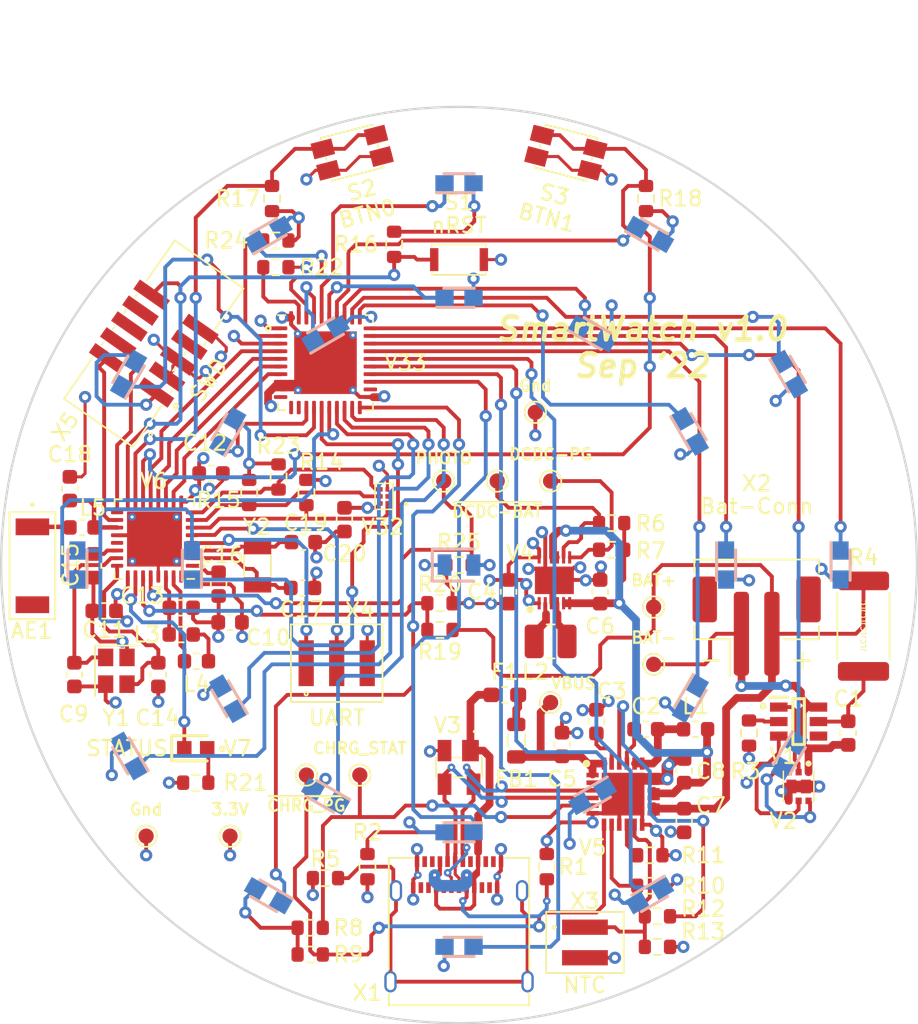
<source format=kicad_pcb>
(kicad_pcb (version 20211014) (generator pcbnew)
  (title_block (title "SmartWatch") (date "2022-09-02") (rev "0.1") (comment 4 "Simon Brenninger"))
  (layers (0 "F.Cu" signal) (1 "In1.Cu" power) (2 "In2.Cu" power) (31 "B.Cu" signal) (34 "B.Paste" user) (35 "F.Paste" user) (36 "B.SilkS" user "B.Silkscreen") (37 "F.SilkS" user "F.Silkscreen") (38 "B.Mask" user) (39 "F.Mask" user) (44 "Edge.Cuts" user))
  (net 0 "")
  (net 1 "Net-(C1-Pad1)")
  (net 2 "BAT-")
  (net 3 "Net-(C2-Pad1)")
  (net 4 "Net-(C2-Pad2)")
  (net 5 "/Power/PMID")
  (net 6 "BAT_PROT-")
  (net 7 "3.3V")
  (net 8 "CHRG_OUT")
  (net 9 "BAT_PROT+")
  (net 10 "/MCU/DEC4")
  (net 11 "/MCU/DEC3")
  (net 12 "HSE1")
  (net 13 "/MCU/DEC1")
  (net 14 "HSE2")
  (net 15 "LSE1")
  (net 16 "LSE2")
  (net 17 "Net-(L2-Pad1)")
  (net 18 "Net-(L2-Pad2)")
  (net 19 "Net-(L3-Pad1)")
  (net 20 "/MCU/DCC")
  (net 21 "/Power/CC2")
  (net 22 "/Power/CC1")
  (net 23 "Net-(R3-Pad2)")
  (net 24 "/Power/Shield")
  (net 25 "Net-(R6-Pad1)")
  (net 26 "Net-(R7-Pad1)")
  (net 27 "/Power/CHRG_STAT")
  (net 28 "/Power/~{CHRG_PG}")
  (net 29 "/Power/ILIM")
  (net 30 "/Power/ICHG")
  (net 31 "REGN")
  (net 32 "/Power/NTC_IN")
  (net 33 "SCL")
  (net 34 "SDA")
  (net 35 "NRST")
  (net 36 "BTN0")
  (net 37 "BTN1")
  (net 38 "BAT_SENS")
  (net 39 "Net-(R21-Pad2)")
  (net 40 "Net-(R22-Pad2)")
  (net 41 "GYRO_INT")
  (net 42 "Net-(R24-Pad2)")
  (net 43 "PHOTO")
  (net 44 "VBUS")
  (net 45 "Net-(V1-Pad1)")
  (net 46 "Net-(V1-Pad3)")
  (net 48 "Net-(V2-Pad3)")
  (net 49 "USB_D-")
  (net 50 "USB_D+")
  (net 52 "RXD")
  (net 53 "TXD")
  (net 54 "CS_IO")
  (net 55 "MISO")
  (net 56 "MOSI")
  (net 57 "SCK")
  (net 58 "DBG_LED")
  (net 59 "SWDCLK")
  (net 60 "SWDIO")
  (net 62 "Ring0_0")
  (net 63 "Ring0_1")
  (net 64 "Ring0_2")
  (net 65 "Ring0_3")
  (net 66 "Ring0_4")
  (net 67 "Ring0_5")
  (net 68 "Ring0_6")
  (net 69 "Ring0_7")
  (net 70 "Ring0_8")
  (net 71 "Ring0_9")
  (net 72 "Ring0_10")
  (net 73 "Ring0_11")
  (net 74 "Ring1_0")
  (net 75 "Ring1_1")
  (net 76 "Ring1_2")
  (net 77 "Ring1_3")
  (net 78 "Ring1_4")
  (net 79 "Ring1_5")
  (net 80 "Ring1_6")
  (net 81 "Ring1_7")
  (net 82 "Ring1_8")
  (net 83 "Ring1_9")
  (net 84 "Ring1_10")
  (net 85 "Ring1_11")
  (net 96 "/MCU/ANT_IN")
  (net 97 "/MCU/ANT_TP")
  (net 98 "Net-(F1-Pad2)")
  (net 99 "VBUS_CONN")
  (footprint "myLib:PinHeader_2x05_P1.27mm_Vertical_SMD" (layer "F.Cu") (at 130 85.5 55)
    (fp_text reference "X5")
    (fp_text value "SWD")
  )
  (footprint "LED red:LEDC1608X80N" (layer "F.Cu") (at 132.75 112)
    (fp_text reference "V7")
    (fp_text value "DBG_LED" hide)
  )
  (footprint "Crystal:Crystal_SMD_3215-2Pin_3.2x1.5mm" (layer "F.Cu") (at 136.798 100.048 90)
    (fp_text reference "Y2")
    (fp_text value "32.768k" hide)
  )
  (footprint "Charger:QFN50P400X400X100-25N" (layer "F.Cu") (at 160.75 115)
    (fp_text reference "V5")
    (fp_text value "BQ25606RGET" hide)
  )
  (footprint "Capacitor_SMD:C_0603_1608Metric" (layer "F.Cu") (at 135 103.75 180)
    (fp_text reference "C10")
    (fp_text value "4u7" hide)
  )
  (footprint "TestPoint:TestPoint_Pad_D1.0mm" (layer "F.Cu") (at 155 90)
    (fp_text reference "TP2" hide)
    (fp_text value "Gnd")
  )
  (footprint "Connector_JST:JST_PH_B2B-PH-SM4-TB_1x02-1MP_P2.00mm_Vertical" (layer "F.Cu") (at 169.5 104)
    (fp_text reference "X2")
    (fp_text value "Bat-Conn")
  )
  (footprint "Resistor_SMD:R_0603_1608Metric" (layer "F.Cu") (at 150 100 180)
    (fp_text reference "R25")
    (fp_text value "2k7" hide)
  )
  (footprint "Gyroscope:MXC4005XC" (layer "F.Cu") (at 145.087 95.504 180)
    (fp_text reference "V32")
    (fp_text value "MXC4005XC" hide)
  )
  (footprint "Capacitor_SMD:C_0603_1608Metric" (layer "F.Cu") (at 156.75 111.75 90)
    (fp_text reference "C5")
    (fp_text value "1u" hide)
  )
  (footprint "Resistor_SMD:R_0603_1608Metric" (layer "F.Cu") (at 138.176 94.234 -90)
    (fp_text reference "R23")
    (fp_text value "4k7" hide)
  )
  (footprint "Resistor_SMD:R_0603_1608Metric" (layer "F.Cu") (at 160 99)
    (fp_text reference "R7")
    (fp_text value "10k" hide)
  )
  (footprint "TestPoint:TestPoint_Pad_D1.0mm" (layer "F.Cu") (at 140 113.75)
    (fp_text reference "TP10" hide)
    (fp_text value "~{CHRG_PG}")
  )
  (footprint "Capacitor_SMD:C_0603_1608Metric" (layer "F.Cu") (at 142.494 97.028 -90)
    (fp_text reference "C20")
    (fp_text value "4u7" hide)
  )
  (footprint "Resistor_SMD:R_0603_1608Metric" (layer "F.Cu") (at 162.25 76 90)
    (fp_text reference "R18")
    (fp_text value "10k" hide)
  )
  (footprint "Resistor_SMD:R_0603_1608Metric" (layer "F.Cu") (at 155.75 119.75 90)
    (fp_text reference "R1")
    (fp_text value "5k11" hide)
  )
  (footprint "myLib:Tactile_Panasonic_EVQP7J01P" (layer "F.Cu") (at 157 73 165.5)
    (fp_text reference "S3")
    (fp_text value "BTN1")
  )
  (footprint "Capacitor_SMD:C_0603_1608Metric" (layer "F.Cu") (at 134.25 101.25 -90)
    (fp_text reference "C16")
    (fp_text value "100n" hide)
  )
  (footprint "Package_DFN_QFN:QFN-32-1EP_5x5mm_P0.5mm_EP3.6x3.6mm" (layer "F.Cu") (at 130.048 98.298 180)
    (fp_text reference "V6")
    (fp_text value "nRF52810-QCxx" hide)
  )
  (footprint "Resistor_SMD:R_0603_1608Metric" (layer "F.Cu") (at 163 125)
    (fp_text reference "R13")
    (fp_text value "30k" hide)
  )
  (footprint "Capacitor_SMD:C_0603_1608Metric" (layer "F.Cu") (at 124.798 107.173 90)
    (fp_text reference "C9")
    (fp_text value "12p" hide)
  )
  (footprint "Resistor_SMD:R_0603_1608Metric" (layer "F.Cu") (at 137.75 76 90)
    (fp_text reference "R17")
    (fp_text value "10k" hide)
  )
  (footprint "TestPoint:TestPoint_Pad_D1.0mm" (layer "F.Cu") (at 129.5 117.75)
    (fp_text reference "TP6" hide)
    (fp_text value "Gnd")
  )
  (footprint "Resistor_SMD:R_0603_1608Metric" (layer "F.Cu") (at 148.75 102.5)
    (fp_text reference "R20")
    (fp_text value "100k" hide)
  )
  (footprint "Resistor_SMD:R_0603_1608Metric" (layer "F.Cu") (at 144 119.75 -90)
    (fp_text reference "R2")
    (fp_text value "5k11" hide)
  )
  (footprint "myLib:USB_C_Receptacle_Amphenol_12401598" (layer "F.Cu") (at 150 123.58)
    (fp_text reference "X1")
    (fp_text value "USB_C_Receptacle_USB2.0" hide)
  )
  (footprint "Inductor_SMD:L_1008_2520Metric" (layer "F.Cu") (at 156 105)
    (fp_text reference "L2")
    (fp_text value "2u2" hide)
  )
  (footprint "TestPoint:TestPoint_Pad_D1.0mm" (layer "F.Cu") (at 162.75 106.5)
    (fp_text reference "TP4" hide)
    (fp_text value "BAT-")
  )
  (footprint "myLib:Tactile_E-Switch_TL3780AF240QG" (layer "F.Cu") (at 150 80 180)
    (fp_text reference "S1")
    (fp_text value "nRST")
  )
  (footprint "Capacitor_SMD:C_0603_1608Metric" (layer "F.Cu") (at 175.5 111 -90)
    (fp_text reference "C1")
    (fp_text value "100n" hide)
  )
  (footprint "myLib:Tactile_Panasonic_EVQP7J01P" (layer "F.Cu") (at 143 73 -165.5)
    (fp_text reference "S2")
    (fp_text value "BTN0")
  )
  (footprint "Capacitor_SMD:C_0603_1608Metric" (layer "F.Cu") (at 126.048 100.048 -90)
    (fp_text reference "C15")
    (fp_text value "100p" hide)
  )
  (footprint "Inductor_SMD:L_0603_1608Metric" (layer "F.Cu") (at 165.5 110.75)
    (fp_text reference "L1")
    (fp_text value "1u" hide)
  )
  (footprint "Capacitor_SMD:C_0603_1608Metric" (layer "F.Cu") (at 164.75 113.475 90)
    (fp_text reference "C8")
    (fp_text value "10u" hide)
  )
  (footprint "Resistor_SMD:R_0603_1608Metric" (layer "F.Cu") (at 132.75 114.25)
    (fp_text reference "R21")
    (fp_text value "330R" hide)
  )
  (footprint "TestPoint:TestPoint_Pad_D1.0mm" (layer "F.Cu") (at 162.75 102.75)
    (fp_text reference "TP3" hide)
    (fp_text value "BAT+")
  )
  (footprint "Inductor_SMD:L_0805_2012Metric" (layer "F.Cu") (at 153.75 111.5 -90)
    (fp_text reference "FB1")
    (fp_text value "FerriteBead_Small" hide)
  )
  (footprint "TestPoint:TestPoint_Pad_D1.0mm" (layer "F.Cu") (at 135 117.75)
    (fp_text reference "TP1" hide)
    (fp_text value "3.3V")
  )
  (footprint "TestPoint:TestPoint_Pad_D1.0mm" (layer "F.Cu") (at 156 109)
    (fp_text reference "TP5" hide)
    (fp_text value "VBUS")
  )
  (footprint "Resistor_SMD:R_0603_1608Metric" (layer "F.Cu") (at 138 78.75 180)
    (fp_text reference "R24")
    (fp_text value "10k" hide)
  )
  (footprint "Package_DFN_QFN:HVQFN-40-1EP_6x6mm_P0.5mm_EP4.1x4.1mm" (layer "F.Cu") (at 141.25 86.75)
    (fp_text reference "V33")
    (fp_text value "PCA9957HNMP" hide)
  )
  (footprint "Capacitor_SMD:C_0603_1608Metric" (layer "F.Cu") (at 162.25 110.75)
    (fp_text reference "C2")
    (fp_text value "4u7" hide)
  )
  (footprint "Crystal:Crystal_SMD_2520-4Pin_2.5x2.0mm" (layer "F.Cu") (at 127.548 106.923 -90)
    (fp_text reference "Y1")
    (fp_text value "32MHz" hide)
  )
  (footprint "Resistor_SMD:R_0603_1608Metric" (layer "F.Cu") (at 138 80.5 180)
    (fp_text reference "R22")
    (fp_text value "2k" hide)
  )
  (footprint "TestPoint:TestPoint_Pad_D1.0mm" (layer "F.Cu") (at 152.5 94.5)
    (fp_text reference "TP7" hide)
    (fp_text value "~{DCDC-BAT}")
  )
  (footprint "Capacitor_SMD:C_0603_1608Metric" (layer "F.Cu") (at 159.25 101.75 90)
    (fp_text reference "C6")
    (fp_text value "10u" hide)
  )
  (footprint "TestPoint:TestPoint_Pad_D1.0mm" (layer "F.Cu") (at 156 94.5)
    (fp_text reference "TP8" hide)
    (fp_text value "DCDC-PG")
  )
  (footprint "Capacitor_SMD:C_0603_1608Metric" (layer "F.Cu") (at 139.798 98.5 180)
    (fp_text reference "C19")
    (fp_text value "12p" hide)
  )
  (footprint "Resistor_SMD:R_0603_1608Metric" (layer "F.Cu") (at 163 123 180)
    (fp_text reference "R12")
    (fp_text value "5k1" hide)
  )
  (footprint "Resistor_SMD:R_0603_1608Metric" (layer "F.Cu") (at 169 111 90)
    (fp_text reference "R3")
    (fp_text value "2k7" hide)
  )
  (footprint "Resistor_SMD:R_0603_1608Metric" (layer "F.Cu") (at 160 97.25)
    (fp_text reference "R6")
    (fp_text value "10k" hide)
  )
  (footprint "Resistor_SMD:R_0603_1608Metric" (layer "F.Cu") (at 162.5 119 180)
    (fp_text reference "R11")
    (fp_text value "820R" hide)
  )
  (footprint "Inductor_SMD:L_0603_1608Metric" (layer "F.Cu") (at 131.798 104.548 180)
    (fp_text reference "L3")
    (fp_text value "15n" hide)
  )
  (footprint "Resistor_SMD:R_0603_1608Metric" (layer "F.Cu") (at 141.25 120.5 180)
    (fp_text reference "R5")
    (fp_text value "0R" hide)
  )
  (footprint "ESD:SP0503BAHTG" (layer "F.Cu") (at 150 113.25 180)
    (fp_text reference "V3")
    (fp_text value "SP0503BAHTG" hide)
  )
  (footprint "Mosfet:SSM6N68NULF" (layer "F.Cu") (at 172.25 114.5 180)
    (fp_text reference "V2")
    (fp_text value "SSM6N68NU,LF" hide)
  )
  (footprint "Capacitor_SMD:C_0603_1608Metric" (layer "F.Cu") (at 133.75 94)
    (fp_text reference "C12")
    (fp_text value "100n" hide)
  )
  (footprint "DC-DC:SON40P300X300X75-13N" (layer "F.Cu") (at 156.25 101 90)
    (fp_text reference "V4")
    (fp_text value "ISL9110IRT7Z-T7A" hide)
  )
  (footprint "Inductor_SMD:L_0603_1608Metric" (layer "F.Cu") (at 125.298 97.536)
    (fp_text reference "L5")
    (fp_text value "3n9" hide)
  )
  (footprint "TestPoint:TestPoint_Pad_D1.0mm" (layer "F.Cu") (at 143.5 113.75)
    (fp_text reference "TP9" hide)
    (fp_text value "CHRG_STAT")
  )
  (footprint "Capacitor_SMD:C_0603_1608Metric" (layer "F.Cu") (at 131.798 102.798)
    (fp_text reference "C13")
    (fp_text value "1u" hide)
  )
  (footprint "Resistor_SMD:R_0603_1608Metric" (layer "F.Cu") (at 148.75 104.25 180)
    (fp_text reference "R19")
    (fp_text value "33k" hide)
  )
  (footprint "myLib:PinHeader_P2mm_1x03_SMD" (layer "F.Cu") (at 141.986 106.426)
    (fp_text reference "X4")
    (fp_text value "UART")
  )
  (footprint "Resistor_SMD:R_0603_1608Metric" (layer "F.Cu") (at 145.75 79 -90)
    (fp_text reference "R16")
    (fp_text value "10k" hide)
  )
  (footprint "TestPoint:TestPoint_Pad_D1.0mm" (layer "F.Cu") (at 149 94.5)
    (fp_text reference "TP11" hide)
    (fp_text value "PHOTO")
  )
  (footprint "myLib:PinHeader_P2mm_1x02_SMD" (layer "F.Cu") (at 158.25 124.714 -90)
    (fp_text reference "X3")
    (fp_text value "NTC")
  )
  (footprint "Protection:SOT95P285X140-6N" (layer "F.Cu") (at 172.25 110.25)
    (fp_text reference "V1")
    (fp_text value "AP9101CAK6-ABTRG1" hide)
  )
  (footprint "Resistor_SMD:R_0603_1608Metric" (layer "F.Cu") (at 140.25 123.75)
    (fp_text reference "R8")
    (fp_text value "10k" hide)
  )
  (footprint "Inductor_SMD:L_0603_1608Metric" (layer "F.Cu") (at 132.798 106.298)
    (fp_text reference "L4")
    (fp_text value "10u" hide)
  )
  (footprint "Resistor_SMD:R_0603_1608Metric" (layer "F.Cu") (at 136.25 95.25 -90)
    (fp_text reference "R15")
    (fp_text value "4k7" hide)
  )
  (footprint "Resistor_SMD:R_0603_1608Metric" (layer "F.Cu") (at 140.25 125.5)
    (fp_text reference "R9")
    (fp_text value "10k" hide)
  )
  (footprint "Capacitor_SMD:C_0603_1608Metric" (layer "F.Cu") (at 126.75 103 180)
    (fp_text reference "C11")
    (fp_text value "100n" hide)
  )
  (footprint "Resistor_SMD:R_2512_6332Metric" (layer "F.Cu") (at 176.5 104 90)
    (fp_text reference "R4")
    (fp_text value "330R" hide)
  )
  (footprint "myLib:Ignion_NN01-102_BT_WIFI" (layer "F.Cu") (at 122.048 100.048 -90)
    (fp_text reference "AE1")
    (fp_text value "Antenna_Chip" hide)
  )
  (footprint "Capacitor_SMD:C_0603_1608Metric" (layer "F.Cu") (at 164.75 116.725 -90)
    (fp_text reference "C7")
    (fp_text value "10u" hide)
  )
  (footprint "Capacitor_SMD:C_0603_1608Metric" (layer "F.Cu") (at 139.75 101.5 180)
    (fp_text reference "C17")
    (fp_text value "12p" hide)
  )
  (footprint "Capacitor_SMD:C_0603_1608Metric" (layer "F.Cu") (at 153.25 101.75 -90)
    (fp_text reference "C4")
    (fp_text value "10u" hide)
  )
  (footprint "Capacitor_SMD:C_0603_1608Metric" (layer "F.Cu") (at 124.5 95 90)
    (fp_text reference "C18")
    (fp_text value "0.8p" hide)
  )
  (footprint "Resistor_SMD:R_0603_1608Metric" (layer "F.Cu") (at 140 95.25 -90)
    (fp_text reference "R14")
    (fp_text value "4k7" hide)
  )
  (footprint "Capacitor_SMD:C_0603_1608Metric" (layer "F.Cu") (at 130.298 107.173 90)
    (fp_text reference "C14")
    (fp_text value "12p" hide)
  )
  (footprint "Capacitor_SMD:C_0603_1608Metric" (layer "F.Cu") (at 159 110.25 90)
    (fp_text reference "C3")
    (fp_text value "10u" hide)
  )
  (footprint "Resistor_SMD:R_0603_1608Metric" (layer "F.Cu") (at 162.5 121 180)
    (fp_text reference "R10")
    (fp_text value "1k" hide)
  )
  (footprint "Fuse:Fuse_0603_1608Metric_Pad1.05x0.95mm_HandSolder" (layer "F.Cu") (at 153 108.5)
    (fp_text reference "F1")
    (fp_text value "Fuse_1A" hide)
  )
  (footprint "LED green:LEDM2012X80N" (layer "B.Cu") (at 175 100 -90)
    (fp_text reference "V17")
    (fp_text value "green" hide)
  )
  (footprint "LED green:LEDM2012X80N" (layer "B.Cu") (at 150 125 180)
    (fp_text reference "V14")
    (fp_text value "green" hide)
  )
  (footprint "LED green:LEDM2012X80N" (layer "B.Cu") (at 137.5 121.651 150)
    (fp_text reference "V13")
    (fp_text value "green" hide)
  )
  (footprint "LED green:LEDM2012X80N" (layer "B.Cu") (at 171.651 87.5 -60)
    (fp_text reference "V18")
    (fp_text value "green" hide)
  )
  (footprint "LED green:LEDM2012X80N" (layer "B.Cu") (at 167.5 100 -90)
    (fp_text reference "V29")
    (fp_text value "green" hide)
  )
  (footprint "LED green:LEDM2012X80N" (layer "B.Cu") (at 141.25 115.155 150)
    (fp_text reference "V25")
    (fp_text value "green" hide)
  )
  (footprint "LED green:LEDM2012X80N" (layer "B.Cu") (at 128.349 87.5 60)
    (fp_text reference "V10")
    (fp_text value "green" hide)
  )
  (footprint "LED green:LEDM2012X80N" (layer "B.Cu") (at 162.5 78.349 -30)
    (fp_text reference "V19")
    (fp_text value "green" hide)
  )
  (footprint "LED green:LEDM2012X80N" (layer "B.Cu") (at 162.5 121.651 -150)
    (fp_text reference "V15")
    (fp_text value "green" hide)
  )
  (footprint "LED green:LEDM2012X80N" (layer "B.Cu") (at 137.5 78.349 30)
    (fp_text reference "V9")
    (fp_text value "green" hide)
  )
  (footprint "LED green:LEDM2012X80N" (layer "B.Cu") (at 171.651 112.5 -120)
    (fp_text reference "V16")
    (fp_text value "green" hide)
  )
  (footprint "LED green:LEDM2012X80N" (layer "B.Cu") (at 158.75 84.845 -30)
    (fp_text reference "V31")
    (fp_text value "green" hide)
  )
  (footprint "LED green:LEDM2012X80N" (layer "B.Cu") (at 165.155 91.25 -60)
    (fp_text reference "V30")
    (fp_text value "green" hide)
  )
  (footprint "LED green:LEDM2012X80N" (layer "B.Cu") (at 141.25 84.845 30)
    (fp_text reference "V21")
    (fp_text value "green" hide)
  )
  (footprint "LED green:LEDM2012X80N" (layer "B.Cu") (at 158.75 115.155 -150)
    (fp_text reference "V27")
    (fp_text value "green" hide)
  )
  (footprint "LED green:LEDM2012X80N" (layer "B.Cu") (at 165.155 108.75 -120)
    (fp_text reference "V28")
    (fp_text value "green" hide)
  )
  (footprint "Phototransistor:LEDC2012X95N" (layer "B.Cu") (at 150 100)
    (fp_text reference "V34")
    (fp_text value "SFH 3710" hide)
  )
  (footprint "LED green:LEDM2012X80N" (layer "B.Cu") (at 128.349 112.5 120)
    (fp_text reference "V12")
    (fp_text value "green" hide)
  )
  (footprint "LED green:LEDM2012X80N" (layer "B.Cu") (at 132.5 100 90)
    (fp_text reference "V23")
    (fp_text value "green" hide)
  )
  (footprint "LED green:LEDM2012X80N" (layer "B.Cu") (at 134.845 108.75 120)
    (fp_text reference "V24")
    (fp_text value "green" hide)
  )
  (footprint "LED green:LEDM2012X80N" (layer "B.Cu") (at 150 75)
    (fp_text reference "V8")
    (fp_text value "green" hide)
  )
  (footprint "LED green:LEDM2012X80N" (layer "B.Cu") (at 150 82.5)
    (fp_text reference "V20")
    (fp_text value "green" hide)
  )
  (footprint "LED green:LEDM2012X80N" (layer "B.Cu") (at 134.845 91.25 60)
    (fp_text reference "V22")
    (fp_text value "green" hide)
  )
  (footprint "LED green:LEDM2012X80N" (layer "B.Cu") (at 125 100 90)
    (fp_text reference "V11")
    (fp_text value "green" hide)
  )
  (footprint "LED green:LEDM2012X80N" (layer "B.Cu") (at 150 117.5 180)
    (fp_text reference "V26")
    (fp_text value "green" hide)
  )
  (gr_line (start 172 106.25) (end 173 106.25) (layer "F.SilkS") (width 0.15))
  (gr_circle (center 169.92929 109.25) (end 169.97929 109.3) (layer "F.SilkS") (width 0.15) (fill none))
  (gr_line (start 166 106.25) (end 167 106.25) (layer "F.SilkS") (width 0.15))
  (gr_circle (center 137.5 84.5) (end 137.55 84.55) (layer "F.SilkS") (width 0.15) (fill none))
  (gr_circle (center 133.17071 100.05) (end 133.22071 100.1) (layer "F.SilkS") (width 0.15) (fill none))
  (gr_circle (center 134.5 112.02929) (end 134.55 112.07929) (layer "F.SilkS") (width 0.15) (fill none))
  (gr_circle (center 131.45 89.6) (end 131.5 89.65) (layer "F.SilkS") (width 0.15) (fill none))
  (gr_line (start 172.5 106.75) (end 172.5 105.75) (layer "F.SilkS") (width 0.15))
  (gr_circle locked (center 150 100) (end 180 100) (layer "Edge.Cuts") (width 0.15) (fill none))
  (gr_text "JLCJLCJLCJLC" (at 176.5 104 90) (layer "F.SilkS") (effects (font (size 0.33 0.33) (thickness 0.0625))))
  (gr_text "SmartWatch v1.0\nSep '22" (at 162 85.75) (layer "F.SilkS") (effects (font (size 1.5 1.5) (thickness 0.3) italic)))
  (gr_text "STATUS" (at 128.25 112) (layer "F.SilkS") (effects (font (size 1 1))))
  (segment (start 173.55 110.25) (end 175.475 110.25) (width 0.254) (layer "F.Cu") (net 1))
  (segment (start 175.5 110.225) (end 175.5 109.25) (width 0.254) (layer "F.Cu") (net 1))
  (segment (start 175.475 110.25) (end 175.5 110.225) (width 0.254) (layer "F.Cu") (net 1))
  (segment (start 176.5 108.25) (end 176.5 106.9625) (width 0.254) (layer "F.Cu") (net 1))
  (segment (start 175.5 109.25) (end 176.5 108.25) (width 0.254) (layer "F.Cu") (net 1))
  (segment (start 162.75 106.5) (end 166.1 106.5) (width 0.254) (layer "F.Cu") (net 2))
  (segment (start 173 109.3) (end 173.55 109.3) (width 0.508) (layer "F.Cu") (net 2))
  (segment (start 174.3 112) (end 174.525 111.775) (width 0.508) (layer "F.Cu") (net 2))
  (segment (start 172.4 108.3) (end 172.4 108.7) (width 0.508) (layer "F.Cu") (net 2))
  (segment (start 166.85 104.5) (end 168.5 104.5) (width 0.254) (layer "F.Cu") (net 2))
  (segment (start 166.45 104.9) (end 166.85 104.5) (width 0.254) (layer "F.Cu") (net 2))
  (segment (start 166.1 106.5) (end 166.45 106.15) (width 0.254) (layer "F.Cu") (net 2))
  (segment (start 172.511 111.8) (end 172.711 112) (width 0.508) (layer "F.Cu") (net 2))
  (segment (start 168.508636 107.9165) (end 168.508636 104.508636) (width 0.508) (layer "F.Cu") (net 2))
  (segment (start 172.9 112) (end 174.3 112) (width 0.508) (layer "F.Cu") (net 2))
  (segment (start 168.508636 104.508636) (end 168.5 104.5) (width 0.508) (layer "F.Cu") (net 2))
  (segment (start 174.525 111.775) (end 175.5 111.775) (width 0.508) (layer "F.Cu") (net 2))
  (segment (start 171.4 107.9) (end 172 107.9) (width 0.508) (layer "F.Cu") (net 2))
  (segment (start 172.4 108.7) (end 173 109.3) (width 0.508) (layer "F.Cu") (net 2))
  (segment (start 173.55 109.3) (end 172.8 109.3) (width 0.508) (layer "F.Cu") (net 2))
  (segment (start 172 107.9) (end 172.4 108.3) (width 0.508) (layer "F.Cu") (net 2))
  (segment (start 172.9 113.562) (end 172.9 112) (width 0.508) (layer "F.Cu") (net 2))
  (segment (start 172.8 109.3) (end 172.511 109.589) (width 0.508) (layer "F.Cu") (net 2))
  (segment (start 166.45 106.15) (end 166.45 104.9) (width 0.254) (layer "F.Cu") (net 2))
  (segment (start 172.711 112) (end 172.9 112) (width 0.508) (layer "F.Cu") (net 2))
  (segment (start 172.511 109.589) (end 172.511 111.8) (width 0.508) (layer "F.Cu") (net 2))
  (via (at 171.4 107.9) (size 0.8) (drill 0.4) (layers "F.Cu" "B.Cu") (net 2))
  (via (at 168.508636 107.9165) (size 0.8) (drill 0.4) (layers "F.Cu" "B.Cu") (net 2))
  (segment (start 168.508636 107.9165) (end 171.3835 107.9165) (width 0.508) (layer "B.Cu") (net 2))
  (segment (start 161.475 111.775) (end 161.475 110.75) (width 0.254) (layer "F.Cu") (net 3))
  (segment (start 161 112.25) (end 161.475 111.775) (width 0.254) (layer "F.Cu") (net 3))
  (segment (start 161 113) (end 161 112.25) (width 0.254) (layer "F.Cu") (net 3))
  (segment (start 163.025 110.75) (end 163.025 112.675) (width 0.508) (layer "F.Cu") (net 4))
  (segment (start 164.7125 110.75) (end 163.025 110.75) (width 0.508) (layer "F.Cu") (net 4))
  (segment (start 163.025 112.675) (end 162.7 113) (width 0.508) (layer "F.Cu") (net 4))
  (segment (start 162.7 113) (end 161.534 113) (width 0.508) (layer "F.Cu") (net 4))
  (segment (start 160 112.25) (end 159.75 112) (width 0.254) (layer "F.Cu") (net 5))
  (segment (start 159.25 112) (end 159 111.75) (width 0.254) (layer "F.Cu") (net 5))
  (segment (start 160 113) (end 160 112.25) (width 0.254) (layer "F.Cu") (net 5))
  (segment (start 159.75 112) (end 159.25 112) (width 0.254) (layer "F.Cu") (net 5))
  (segment (start 159 111.75) (end 159 111.025) (width 0.254) (layer "F.Cu") (net 5))
  (segment (start 144 104.25) (end 143.986 104.264) (width 0.2) (layer "F.Cu") (net 6))
  (segment (start 171.6 115.438) (end 171.6 114.675) (width 0.508) (layer "F.Cu") (net 6))
  (segment (start 145.1 88.95) (end 145.041 89.009) (width 0.508) (layer "F.Cu") (net 6))
  (segment (start 155.65 99.5) (end 155.65 100.4) (width 0.254) (layer "F.Cu") (net 6))
  (segment (start 130.868904 87.658797) (end 131.25 87.277701) (width 0.2) (layer "F.Cu") (net 6))
  (segment (start 130.298 100.748) (end 130.298 98.548) (width 0.2) (layer "F.Cu") (net 6))
  (segment (start 160.5 117) (end 160.5 115.25) (width 0.254) (layer "F.Cu") (net 6))
  (segment (start 134.525 94.475) (end 134 95) (width 0.2) (layer "F.Cu") (net 6))
  (segment (start 150.6545 102.5) (end 150.6795 102.525) (width 0.2) (layer "F.Cu") (net 6))
  (segment (start 124.5 94.225) (end 125.275 94.225) (width 0.2) (layer "F.Cu") (net 6))
  (segment (start 139.75 88.25) (end 141.25 86.75) (width 0.254) (layer "F.Cu") (net 6))
  (segment (start 129.5 117.75) (end 129.5 119) (width 0.254) (layer "F.Cu") (net 6))
  (segment (start 164.75 117.5) (end 163.908799 117.5) (width 0.254) (layer "F.Cu") (net 6))
  (segment (start 156.75 110.975) (end 157.725 110.975) (width 0.254) (layer "F.Cu") (net 6))
  (segment (start 155.9 101) (end 155.3 100.4) (width 0.254) (layer "F.Cu") (net 6))
  (segment (start 158.75 116.85) (end 156.65 116.85) (width 0.254) (layer "F.Cu") (net 6))
  (segment (start 171.775 114.5) (end 171.4 114.5) (width 0.508) (layer "F.Cu") (net 6))
  (segment (start 140.573 98.5) (end 141.25 98.5) (width 0.254) (layer "F.Cu") (net 6))
  (segment (start 125.5 94) (end 125.5 93.75) (width 0.2) (layer "F.Cu") (net 6))
  (segment (start 138.4 83.8) (end 138.9875 83.8) (width 0.508) (layer "F.Cu") (net 6))
  (segment (start 152.744 120.006) (end 152.5 120.25) (width 0.254) (layer "F.Cu") (net 6))
  (segment (start 125.275 94.225) (end 125.5 94) (width 0.2) (layer "F.Cu") (net 6))
  (segment (start 127.5 109) (end 127 109) (width 0.254) (layer "F.Cu") (net 6))
  (segment (start 158.75 116.85) (end 158.75 116.25) (width 0.254) (layer "F.Cu") (net 6))
  (segment (start 152.75 119.42) (end 152.75 118.6) (width 0.254) (layer "F.Cu") (net 6))
  (segment (start 162 116.25) (end 161.5 115.75) (width 0.254) (layer "F.Cu") (net 6))
  (segment (start 157.5455 100.1545) (end 157.945647 100.1545) (width 0.254) (layer "F.Cu") (net 6))
  (segment (start 149.575 102.5) (end 150.6545 102.5) (width 0.254) (layer "F.Cu") (net 6))
  (segment (start 134.75 85.75) (end 133.537828 84.537828) (width 0.2) (layer "F.Cu") (net 6))
  (segment (start 145.041 89.009) (end 144.377554 89.009) (width 0.508) (layer "F.Cu") (net 6))
  (segment (start 159.402591 74.152591) (end 160 74.75) (width 0.2) (layer "F.Cu") (net 6))
  (segment (start 158.25 125.714) (end 160.214 125.714) (width 0.254) (layer "F.Cu") (net 6))
  (segment (start 134.4 86.35) (end 134.75 86) (width 0.2) (layer "F.Cu") (net 6))
  (segment (start 156.25 101) (end 156.05 101.2) (width 0.254) (layer "F.Cu") (net 6))
  (segment (start 126.048 100.823) (end 126.048 102.927) (width 0.254) (layer "F.Cu") (net 6))
  (segment (start 139 83.8125) (end 139 84.25) (width 0.254) (layer "F.Cu") (net 6))
  (segment (start 140 88) (end 141.25 86.75) (width 0.254) (layer "F.Cu") (net 6))
  (segment (start 145.307 94.057) (end 144.75 93.5) (width 0.2) (layer "F.Cu") (net 6))
  (segment (start 138.3125 88) (end 140 88) (width 0.254) (layer "F.Cu") (net 6))
  (segment (start 147.25 120.25) (end 147.25 119.42) (width 0.254) (layer "F.Cu") (net 6))
  (segment (start 162.9 117.4) (end 162.905362 117.4) (width 0.254) (layer "F.Cu") (net 6))
  (segment (start 132.573 102.798) (end 132.573 103.523) (width 0.254) (layer "F.Cu") (net 6))
  (segment (start 163.65 114.05) (end 163.65 113.1835) (width 0.762) (layer "F.Cu") (net 6))
  (segment (start 131.597346 86.618474) (end 131.368474 86.618474) (width 0.2) (layer "F.Cu") (net 6))
  (segment (start 126.5065 105.0065) (end 125.975 104.475) (width 0.254) (layer "F.Cu") (net 6))
  (segment (start 139.5 88.5) (end 139.75 88.25) (width 0.254) (layer "F.Cu") (net 6))
  (segment (start 158.975 109.5) (end 159 109.475) (width 0.254) (layer "F.Cu") (net 6))
  (segment (start 171.4 114.5) (end 171.1 114.8) (width 0.508) (layer "F.Cu") (net 6))
  (segment (start 147.25 119.42) (end 147.25 118.6) (width 0.254) (layer "F.Cu") (net 6))
  (segment (start 131.368474 86.618474) (end 130 85.25) (width 0.2) (layer "F.Cu") (net 6))
  (segment (start 128.248 105.3045) (end 127.95 105.0065) (width 0.254) (layer "F.Cu") (net 6))
  (segment (start 131.618474 86.618474) (end 132.75 87.75) (width 0.2) (layer "F.Cu") (net 6))
  (segment (start 164.289105 120.59082) (end 163.879925 121) (width 0.254) (layer "F.Cu") (net 6))
  (segment (start 132.573 103.523) (end 132.8 103.75) (width 0.254) (layer "F.Cu") (net 6))
  (segment (start 158.1 109.5) (end 158.975 109.5) (width 0.254) (layer "F.Cu") (net 6))
  (segment (start 140.525 100.6315) (end 140.525 101.5) (width 0.254) (layer "F.Cu") (net 6))
  (segment (start 137.679648 89.595395) (end 137.491 89.406747) (width 0.508) (layer "F.Cu") (net 6))
  (segment (start 161.75 114) (end 160.75 115) (width 0.762) (layer "F.Cu") (net 6))
  (segment (start 131.25 86.96582) (end 131.597346 86.618474) (width 0.2) (layer "F.Cu") (net 6))
  (segment (start 134.75 86) (end 134.75 85.75) (width 0.2) (layer "F.Cu") (net 6))
  (segment (start 152.5 121.12) (end 152.5 121.9) (width 0.254) (layer "F.Cu") (net 6))
  (segment (start 133.95 86.8) (end 134.4 86.35) (width 0.2) (layer "F.Cu") (net 6))
  (segment (start 156.25 101) (end 156.7 101) (width 0.254) (layer "F.Cu") (net 6))
  (segment (start 148.1 112.2) (end 148.15 112.15) (width 0.2) (layer "F.Cu") (net 6))
  (segment (start 164.1335 112.7) (end 163.75 113.0835) (width 0.762) (layer "F.Cu") (net 6))
  (segment (start 141.25 98.5) (end 141.947 97.803) (width 0.254) (layer "F.Cu") (net 6))
  (segment (start 126.698 107.948) (end 126.848 107.798) (width 0.254) (layer "F.Cu") (net 6))
  (segment (start 147.3 120.3) (end 147 120.6) (width 0.254) (layer "F.Cu") (net 6))
  (segment (start 124.798 107.948) (end 126.698 107.948) (width 0.254) (layer "F.Cu") (net 6))
  (segment (start 127.598 98.048) (end 129.798 98.048) (width 0.254) (layer "F.Cu") (net 6))
  (segment (start 141.43886 74.152591) (end 140.597409 74.152591) (width 0.2) (layer "F.Cu") (net 6))
  (segment (start 144 120.575) (end 144 121.75) (width 0.254) (layer "F.Cu") (net 6))
  (segment (start 157.402591 74.152591) (end 158.56114 74.152591) (width 0.2) (layer "F.Cu") (net 6))
  (segment (start 147.3 120.3) (end 147.25 120.25) (width 0.254) (layer "F.Cu") (net 6))
  (segment (start 155.65 98.058803) (end 155.65 99.5) (width 0.254) (layer "F.Cu") (net 6))
  (segment (start 142.597409 74.152591) (end 143.498777 73.251223) (width 0.2) (layer "F.Cu") (net 6))
  (segment (start 127.95 105.0065) (end 126.5065 105.0065) (width 0.254) (layer "F.Cu") (net 6))
  (segment (start 156.501223 73.251223) (end 157.402591 74.152591) (width 0.2) (layer "F.Cu") (net 6))
  (segment (start 149.575 101.575) (end 149.175 101.175) (width 0.254) (layer "F.Cu") (net 6))
  (segment (start 126.848 108.848) (end 126.848 107.798) (width 0.254) (layer "F.Cu") (net 6))
  (segment (start 156.65 116.85) (end 155.75 117.75) (width 0.254) (layer "F.Cu") (net 6))
  (segment (start 162.5 117) (end 162 117) (width 0.254) (layer "F.Cu") (net 6))
  (segment (start 163.325 117.825) (end 162.9 117.4) (width 0.254) (layer "F.Cu") (net 6))
  (segment (start 160 115.75) (end 160.75 115) (width 0.254) (layer "F.Cu") (net 6))
  (segment (start 171.6 115.438) (end 171.6 115.3) (width 0.508) (layer "F.Cu") (net 6))
  (segment (start 169 112.65) (end 169 111.825) (width 0.2) (layer "F.Cu") (net 6))
  (segment (start 141.947 97.803) (end 142.494 97.803) (width 0.254) (layer "F.Cu") (net 6))
  (segment (start 153.25 102.525) (end 152.0955 102.525) (width 0.2) (layer "F.Cu") (net 6))
  (segment (start 133.325 87.425) (end 133.325 87.3815) (width 0.2) (layer "F.Cu") (net 6))
  (segment (start 163.6 114) (end 161.75 114) (width 0.762) (layer "F.Cu") (net 6))
  (segment (start 163.325 119) (end 163.325 117.825) (width 0.254) (layer "F.Cu") (net 6))
  (segment (start 159 109.475) (end 159.225 109.475) (width 0.254) (layer "F.Cu") (net 6))
  (segment (start 162 117) (end 162 116.25) (width 0.254) (layer "F.Cu") (net 6))
  (segment (start 160.5 115.25) (end 160.75 115) (width 0.254) (layer "F.Cu") (net 6))
  (segment (start 147 121.12) (end 147 121.9) (width 0.254) (layer "F.Cu") (net 6))
  (segment (start 147 120.6) (end 147 121.12) (width 0.254) (layer "F.Cu") (net 6))
  (segment (start 163.65 113.1835) (end 163.75 113.0835) (width 0.508) (layer "F.Cu") (net 6))
  (segment (start 155.75 117.75) (end 155.75 118.05) (width 0.254) (layer "F.Cu") (net 6))
  (segment (start 152.5 120.4) (end 152.5 121.12) (width 0.254) (layer "F.Cu") (net 6))
  (segment (start 148.15 112.15) (end 149.05 112.15) (width 0.2) (layer "F.Cu") (net 6))
  (segment (start 133.325 87.3815) (end 133.4065 87.3) (width 0.2) (layer "F.Cu") (net 6))
  (segment (start 128.248 106.048) (end 128.248 105.3045) (width 0.254) (layer "F.Cu") (net 6))
  (segment (start 163.65 114.05) (end 163.6 114) (width 0.508) (layer "F.Cu") (net 6))
  (segment (start 143.493 88.993) (end 142.75 88.25) (width 0.254) (layer "F.Cu") (net 6))
  (segment (start 140.6565 100.5) (end 140.525 100.6315) (width 0.254) (layer "F.Cu") (net 6))
  (segment (start 159.225 109.475) (end 159.8 108.9) (width 0.254) (layer "F.Cu") (net 6))
  (segment (start 126.048 102.927) (end 125.975 103) (width 0.254) (layer "F.Cu") (net 6))
  (segment (start 129.798 98.048) (end 130 98.25) (width 0.254) (layer "F.Cu") (net 6))
  (segment (start 161.5 115.75) (end 160.75 115) (width 0.254) (layer "F.Cu") (net 6))
  (segment (start 159.3 100.1) (end 159.3 100.925) (width 0.508) (layer "F.Cu") (net 6))
  (segment (start 162.905362 117.4) (end 162.90744 117.397922) (width 0.254) (layer "F.Cu") (net 6))
  (segment (start 131.25 87.277701) (end 131.25 86.96582) (width 0.2) (layer "F.Cu") (net 6))
  (segment (start 137.993554 88.25) (end 139.75 88.25) (width 0.508) (layer "F.Cu") (net 6))
  (segment (start 164.75 112.7) (end 164.1335 112.7) (width 0.762) (layer "F.Cu") (net 6))
  (segment (start 155.435168 97.843971) (end 155.65 98.058803) (width 0.254) (layer "F.Cu") (net 6))
  (segment (start 155 90) (end 155 91.5) (width 0.254) (layer "F.Cu") (net 6))
  (segment (start 143.986 104.264) (end 143.986 106.426) (width 0.2) (layer "F.Cu") (net 6))
  (segment (start 171.6 115.3) (end 171.1 114.8) (width 0.508) (layer "F.Cu") (net 6))
  (segment (start 139 84.25) (end 141.25 86.5) (width 0.254) (layer "F.Cu") (net 6))
  (segment (start 144.1875 89) (end 144.1805 88.993) (width 0.254) (layer "F.Cu") (net 6))
  (segment (start 140.573 99.4165) (end 140.573 98.5) (width 0.254) (layer "F.Cu") (net 6))
  (segment (start 173.6 114.5) (end 171.775 114.5) (width 0.762) (layer "F.Cu") (net 6))
  (segment (start 149.175 101.175) (end 149.175 100) (width 0.254) (layer "F.Cu") (net 6))
  (segment (start 163.879925 121) (end 163.325 121) (width 0.254) (layer "F.Cu") (net 6))
  (segment (start 140.6565 99.5) (end 140.573 99.4165) (width 0.254) (layer "F.Cu") (net 6))
  (segment (start 157 110) (end 156.75 110.25) (width 0.254) (layer "F.Cu") (net 6))
  (segment (start 156.75 110.25) (end 156.75 110.975) (width 0.254) (layer "F.Cu") (net 6))
  (segment (start 137.491 89.406747) (end 137.491 88.752554) (width 0.508) (layer "F.Cu") (net 6))
  (segment (start 145.307 95.044) (end 145.307 94.057) (width 0.2) (layer "F.Cu") (net 6))
  (segment (start 134.225 103.75) (end 134.25 103.725) (width 0.254) (layer "F.Cu") (net 6))
  (segment (start 134.225 104.692535) (end 134.225 103.75) (width 0.254) (layer "F.Cu") (net 6))
  (segment (start 141.43886 74.152591) (end 142.597409 74.152591) (width 0.2) (layer "F.Cu") (net 6))
  (segment (start 131.597346 86.618474) (end 131.618474 86.618474) (width 0.2) (layer "F.Cu") (net 6))
  (segment (start 152.744 119.426) (end 152.744 120.006) (width 0.254) (layer "F.Cu") (net 6))
  (segment (start 159.5 116.25) (end 160 115.75) (width 0.254) (layer "F.Cu") (net 6))
  (segment (start 163.908799 117.5) (end 163.864909 117.45611) (width 0.254) (layer "F.Cu") (net 6))
  (segment (start 144.1805 88.993) (end 143.493 88.993) (width 0.254) (layer "F.Cu") (net 6))
  (segment (start 163.825 125) (end 164.7 125) (width 0.254) (layer "F.Cu") (net 6))
  (segment (start 140.4255 121.6) (end 140.425 121.5995) (width 0.254) (layer "F.Cu") (net 6))
  (segment (start 155.15 100.25) (end 154.55 100.25) (width 0.254) (layer "F.Cu") (net 6))
  (segment (start 152.5 120.4) (end 152.5 120.25) (width 0.254) (layer "F.Cu") (net 6))
  (segment (start 125.5 93.75) (end 125.5 89) (width 0.2) (layer "F.Cu") (net 6))
  (segment (start 156.05 101.2) (end 156.05 102.5) (width 0.254) (layer "F.Cu") (net 6))
  (segment (start 138.3125 88.5) (end 139.5 88.5) (width 0.254) (layer "F.Cu") (net 6))
  (segment (start 137.491 88.752554) (end 137.993554 88.25) (width 0.508) (layer "F.Cu") (net 6))
  (segment (start 156.7 101) (end 157.2 100.5) (width 0.254) (layer "F.Cu") (net 6))
  (segment (start 132.75 87.75) (end 133 87.75) (width 0.2) (layer "F.Cu") (net 6))
  (segment (start 157.2 100.5) (end 157.5455 100.1545) (width 0.254) (layer "F.Cu") (net 6))
  (segment (start 162.9 117.4) (end 162.5 117) (width 0.254) (layer "F.Cu") (net 6))
  (segment (start 134 95) (end 133.6315 95) (width 0.2) (layer "F.Cu") (net 6))
  (segment (start 159.3 100.925) (end 159.25 100.975) (width 0.508) (layer "F.Cu") (net 6))
  (segment (start 138.825 80.5) (end 140 80.5) (width 0.2) (layer "F.Cu") (net 6))
  (segment (start 134.25 103.725) (end 134.25 102.025) (width 0.254) (layer "F.Cu") (net 6))
  (segment (start 150.6795 102.525) (end 153.25 102.525) (width 0.2) (layer "F.Cu") (net 6))
  (segment (start 155.75 118.925) (end 155.75 118.05) (width 0.254) (layer "F.Cu") (net 6))
  (segment (start 141.25 86.5) (end 141.25 86.75) (width 0.254) (layer "F.Cu") (net 6))
  (segment (start 138.9875 83.8) (end 138.991 83.8035) (width 0.508) (layer "F.Cu") (net 6))
  (segment (start 157.725 110.975) (end 157.75 111) (width 0.254) (layer "F.Cu") (net 6))
  (segment (start 134.525 94) (end 134.525 94.475) (width 0.2) (layer "F.Cu") (net 6))
  (segment (start 155.3 100.4) (end 155.15 100.25) (width 0.254) (layer "F.Cu") (net 6))
  (segment (start 130.298 107.948) (end 130.298 108.952) (width 0.254) (layer "F.Cu") (net 6))
  (segment (start 134.2266 104.694135) (end 134.225 104.692535) (width 0.254) (layer "F.Cu") (net 6))
  (segment (start 155.075809 73.251223) (end 156.501223 73.251223) (width 0.2) (layer "F.Cu") (net 6))
  (segment (start 130 98.25) (end 130.048 98.298) (width 0.254) (layer "F.Cu") (net 6))
  (segment (start 142.75 88.25) (end 141.25 86.75) (width 0.254) (layer "F.Cu") (net 6))
  (segment (start 164.2 119) (end 163.325 119) (width 0.254) (layer "F.Cu") (net 6))
  (segment (start 149.575 102.5) (end 149.575 101.575) (width 0.254) (layer "F.Cu") (net 6))
  (segment (start 152.5 120.25) (end 152.5 121.12) (width 0.254) (layer "F.Cu") (net 6))
  (segment (start 127 109) (end 126.848 108.848) (width 0.254) (layer "F.Cu") (net 6))
  (segment (start 158.75 116.25) (end 159.5 116.25) (width 0.254) (layer "F.Cu") (net 6))
  (segment (start 138.991 83.8035) (end 138.991 83.8125) (width 0.508) (layer "F.Cu") (net 6))
  (segment (start 132.8 103.75) (end 134.225 103.75) (width 0.254) (layer "F.Cu") (net 6))
  (segment (start 133 87.75) (end 133.325 87.425) (width 0.2) (layer "F.Cu") (net 6))
  (segment (start 171.6 114.675) (end 171.775 114.5) (width 0.508) (layer "F.Cu") (net 6))
  (segment (start 133.537828 84.537828) (end 133.054231 84.537828) (width 0.2) (layer "F.Cu") (net 6))
  (segment (start 163.65 114.05) (end 163.55 113.95) (width 0.508) (layer "F.Cu") (net 6))
  (segment (start 156.25 101) (end 155.9 101) (width 0.254) (layer "F.Cu") (net 6))
  (segment (start 151.625 80) (end 152.75 80) (width 0.2) (layer "F.Cu") (net 6))
  (segment (start 140.597409 74.152591) (end 140 74.75) (width 0.2) (layer "F.Cu") (net 6))
  (segment (start 155.875 100.975) (end 159.25 100.975) (width 0.254) (layer "F.Cu") (net 6))
  (segment (start 143.498777 73.251223) (end 144.924191 73.251223) (width 0.2) (layer "F.Cu") (net 6))
  (segment (start 125.975 104.475) (end 125.975 103) (width 0.254) (layer "F.Cu") (net 6))
  (segment (start 133.325 87.425) (end 133.95 86.8) (width 0.2) (layer "F.Cu") (net 6))
  (segment (start 140.425 121.5995) (end 140.425 120.5) (width 0.254) (layer "F.Cu") (net 6))
  (segment (start 158.56114 74.152591) (end 159.402591 74.152591) (width 0.2) (layer "F.Cu") (net 6))
  (segment (start 152.75 119.42) (end 152.744 119.426) (width 0.254) (layer "F.Cu") (net 6))
  (segment (start 130.298 98.548) (end 130.048 98.298) (width 0.2) (layer "F.Cu") (net 6))
  (via (at 143.05 88.55) (size 0.5) (drill 0.2) (layers "F.Cu" "B.Cu") (net 6))
  (via (at 137.679648 89.595395) (size 0.8) (drill 0.4) (layers "F.Cu" "B.Cu") (net 6))
  (via (at 145.1 88.95) (size 0.8) (drill 0.4) (layers "F.Cu" "B.Cu") (net 6))
  (via (at 133.6315 95) (size 0.8) (drill 0.4) (layers "F.Cu" "B.Cu") (net 6))
  (via (at 128.6 99.75) (size 0.5) (drill 0.2) (layers "F.Cu" "B.Cu") (net 6))
  (via (at 127.5 109) (size 0.8) (drill 0.4) (layers "F.Cu" "B.Cu") (net 6))
  (via (at 159.8 108.9) (size 0.8) (drill 0.4) (layers "F.Cu" "B.Cu") (net 6))
  (via (at 150.6545 102.5) (size 0.8) (drill 0.4) (layers "F.Cu" "B.Cu") (net 6))
  (via (at 159.3 100.1) (size 0.8) (drill 0.4) (layers "F.Cu" "B.Cu") (net 6))
  (via (at 171.1 114.8) (size 0.8) (drill 0.4) (layers "F.Cu" "B.Cu") (net 6))
  (via (at 134.2266 104.694135) (size 0.8) (drill 0.4) (layers "F.Cu" "B.Cu") (net 6))
  (via (at 152.75 80) (size 0.8) (drill 0.4) (layers "F.Cu" "B.Cu") (net 6))
  (via (at 140.4255 121.6) (size 0.8) (drill 0.4) (layers "F.Cu" "B.Cu") (net 6))
  (via (at 144 121.75) (size 0.8) (drill 0.4) (layers "F.Cu" "B.Cu") (net 6))
  (via (at 134.4 86.35) (size 0.8) (drill 0.4) (layers "F.Cu" "B.Cu") (net 6))
  (via (at 152.5 121.9) (size 0.8) (drill 0.4) (layers "F.Cu" "B.Cu") (net 6))
  (via (at 163.75 113.0835) (size 0.8) (drill 0.4) (layers "F.Cu" "B.Cu") (net 6))
  (via (at 139.45 88.55) (size 0.5) (drill 0.2) (layers "F.Cu" "B.Cu") (net 6))
  (via (at 138.4 83.8) (size 0.8) (drill 0.4) (layers "F.Cu" "B.Cu") (net 6))
  (via (at 128.581487 96.8495) (size 0.5) (drill 0.2) (layers "F.Cu" "B.Cu") (net 6))
  (via (at 158.3 101) (size 0.8) (drill 0.4) (layers "F.Cu" "B.Cu") (net 6))
  (via (at 154.55 100.25) (size 0.8) (drill 0.4) (layers "F.Cu" "B.Cu") (net 6))
  (via (at 133.4065 87.3) (size 0.8) (drill 0.4) (layers "F.Cu" "B.Cu") (net 6))
  (via (at 127.95 105.0065) (size 0.8) (drill 0.4) (layers "F.Cu" "B.Cu") (net 6))
  (via (at 140 80.5) (size 0.8) (drill 0.4) (layers "F.Cu" "B.Cu") (net 6))
  (via (at 155.435168 97.843971) (size 0.8) (drill 0.4) (layers "F.Cu" "B.Cu") (net 6))
  (via (at 130 85.25) (size 0.8) (drill 0.4) (layers "F.Cu" "B.Cu") (net 6))
  (via (at 139.433033 84.850659) (size 0.5) (drill 0.2) (layers "F.Cu" "B.Cu") (net 6))
  (via (at 163.864909 117.45611) (size 0.8) (drill 0.4) (layers "F.Cu" "B.Cu") (net 6))
  (via (at 131.501485 96.8495) (size 0.5) (drill 0.2) (layers "F.Cu" "B.Cu") (net 6))
  (via (at 164.289105 120.59082) (size 0.8) (drill 0.4) (layers "F.Cu" "B.Cu") (net 6))
  (via (at 129.5 119) (size 0.8) (drill 0.4) (layers "F.Cu" "B.Cu") (net 6))
  (via (at 158.75 116.85) (size 0.8) (drill 0.4) (layers "F.Cu" "B.Cu") (net 6))
  (via (at 157 110) (size 0.8) (drill 0.4) (layers "F.Cu" "B.Cu") (net 6))
  (via (at 147 121.9) (size 0.8) (drill 0.4) (layers "F.Cu" "B.Cu") (net 6))
  (via (at 130.298 108.952) (size 0.8) (drill 0.4) (layers "F.Cu" "B.Cu") (net 6))
  (via (at 152.5 120.4) (size 0.5) (drill 0.2) (layers "F.Cu" "B.Cu") (net 6))
  (via (at 148.1 112.2) (size 0.8) (drill 0.4) (layers "F.Cu" "B.Cu") (net 6))
  (via (at 157.75 111) (size 0.8) (drill 0.4) (layers "F.Cu" "B.Cu") (net 6))
  (via (at 173.6 114.5) (size 0.8) (drill 0.4) (layers "F.Cu" "B.Cu") (net 6))
  (via (at 164.7 125) (size 0.8) (drill 0.4) (layers "F.Cu" "B.Cu") (net 6))
  (via (at 152.0955 102.525) (size 0.8) (drill 0.4) (layers "F.Cu" "B.Cu") (net 6))
  (via (at 140.6565 100.5) (size 0.8) (drill 0.4) (layers "F.Cu" "B.Cu") (net 6))
  (via (at 144.75 93.5) (size 0.8) (drill 0.4) (layers "F.Cu" "B.Cu") (net 6))
  (via (at 140 74.75) (size 0.8) (drill 0.4) (layers "F.Cu" "B.Cu") (net 6))
  (via (at 160 74.75) (size 0.8) (drill 0.4) (layers "F.Cu" "B.Cu") (net 6))
  (via (at 143.05 84.95) (size 0.5) (drill 0.2) (layers "F.Cu" "B.Cu") (net 6))
  (via (at 147.25 118.6) (size 0.8) (drill 0.4) (layers "F.Cu" "B.Cu") (net 6))
  (via (at 162.90744 117.397922) (size 0.8) (drill 0.4) (layers "F.Cu" "B.Cu") (net 6))
  (via (at 160.214 125.714) (size 0.8) (drill 0.4) (layers "F.Cu" "B.Cu") (net 6))
  (via (at 152.75 118.6) (size 0.8) (drill 0.4) (layers "F.Cu" "B.Cu") (net 6))
  (via (at 164.2 119) (size 0.8) (drill 0.4) (layers "F.Cu" "B.Cu") (net 6))
  (via (at 144 104.25) (size 0.8) (drill 0.4) (layers "F.Cu" "B.Cu") (net 6))
  (via (at 147.3 120.3) (size 0.5) (drill 0.2) (layers "F.Cu" "B.Cu") (net 6))
  (via (at 169 112.65) (size 0.8) (drill 0.4) (layers "F.Cu" "B.Cu") (net 6))
  (via (at 131.5 99.75) (size 0.5) (drill 0.2) (layers "F.Cu" "B.Cu") (net 6))
  (via (at 155 91.5) (size 0.8) (drill 0.4) (layers "F.Cu" "B.Cu") (net 6))
  (via (at 140.6565 99.5) (size 0.8) (drill 0.4) (layers "F.Cu" "B.Cu") (net 6))
  (via (at 157.945647 100.1545) (size 0.8) (drill 0.4) (layers "F.Cu" "B.Cu") (net 6))
  (via (at 155.75 118.05) (size 0.8) (drill 0.4) (layers "F.Cu" "B.Cu") (net 6))
  (via (at 158.1 109.5) (size 0.8) (drill 0.4) (layers "F.Cu" "B.Cu") (net 6))
  (via (at 163.65 114) (size 0.8) (drill 0.4) (layers "F.Cu" "B.Cu") (net 6))
  (via (at 125.5 89) (size 0.8) (drill 0.4) (layers "F.Cu" "B.Cu") (net 6))
  (segment (start 133 101.25) (end 135 101.25) (width 0.254) (layer "F.Cu") (net 7))
  (segment (start 154.575 102.325) (end 154.4045 102.1545) (width 0.254) (layer "F.Cu") (net 7))
  (segment (start 144 96.25) (end 142.497 96.25) (width 0.254) (layer "F.Cu") (net 7))
  (segment (start 142.497 96.25) (end 142.494 96.253) (width 0.254) (layer "F.Cu") (net 7))
  (segment (start 128.260193 103.685796) (end 128.210796 103.685796) (width 0.254) (layer "F.Cu") (net 7))
  (segment (start 142.494 96.253) (end 144.578 96.253) (width 0.254) (layer "F.Cu") (net 7))
  (segment (start 132.975 95.025) (end 132.975 94) (width 0.254) (layer "F.Cu") (net 7))
  (segment (start 163.325 76.825) (end 164 77.5) (width 0.25) (layer "F.Cu") (net 7))
  (segment (start 128.298 101.452) (end 128 101.75) (width 0.254) (layer "F.Cu") (net 7))
  (segment (start 153.25 100.975) (end 153.975 100.975) (width 0.254) (layer "F.Cu") (net 7))
  (segment (start 139.425 123.75) (end 139.425 125.5) (width 0.254) (layer "F.Cu") (net 7))
  (segment (start 135.75 85.5) (end 135.25 85) (width 0.25) (layer "F.Cu") (net 7))
  (segment (start 128.210796 103.685796) (end 127.525 103) (width 0.254) (layer "F.Cu") (net 7))
  (segment (start 135.8 104.7) (end 135.775 104.675) (width 0.254) (layer "F.Cu") (net 7))
  (segment (start 152.025 100.975) (end 152 101) (width 0.254) (layer "F.Cu") (net 7))
  (segment (start 153.25 100.975) (end 152.025 100.975) (width 0.254) (layer "F.Cu") (net 7))
  (segment (start 137.5 84.5) (end 137 84) (width 0.25) (layer "F.Cu") (net 7))
  (segment (start 162.25 76.825) (end 163.325 76.825) (width 0.25) (layer "F.Cu") (net 7))
  (segment (start 135 101.25) (end 135.25 101.5) (width 0.254) (layer "F.Cu") (net 7))
  (segment (start 135.25 102) (end 135.775 102.525) (width 0.254) (layer "F.Cu") (net 7))
  (segment (start 131.798 100.748) (end 132.498 100.748) (width 0.254) (layer "F.Cu") (net 7))
  (segment (start 154.75 102.5) (end 154.575 102.325) (width 0.254) (layer "F.Cu") (net 7))
  (segment (start 136.25 93.35) (end 138.117 93.35) (width 0.25) (layer "F.Cu") (net 7))
  (segment (start 139.25 78.75) (end 139.5 78.5) (width 0.25) (layer "F.Cu") (net 7))
  (segment (start 138.117 93.35) (end 138.176 93.409) (width 0.25) (layer "F.Cu") (net 7))
  (segment (start 137.75 76.825) (end 139.075 76.825) (width 0.25) (layer "F.Cu") (net 7))
  (segment (start 144.578 96.253) (end 144.867 95.964) (width 0.254) (layer "F.Cu") (net 7))
  (segment (start 130.140462 88.69912) (end 130.140462 88.859538) (width 0.25) (layer "F.Cu") (net 7))
  (segment (start 155.25 102.5) (end 154.75 102.5) (width 0.254) (layer "F.Cu") (net 7))
  (segment (start 139.075 76.825) (end 139.5 77.25) (width 0.25) (layer "F.Cu") (net 7))
  (segment (start 127.5 102.975) (end 127.525 103) (width 0.254) (layer "F.Cu") (net 7))
  (segment (start 135.775 102.525) (end 135.775 103.75) (width 0.254) (layer "F.Cu") (net 7))
  (segment (start 138.3125 85.5) (end 135.75 85.5) (width 0.25) (layer "F.Cu") (net 7))
  (segment (start 131.925 114.25) (end 131 114.25) (width 0.25) (layer "F.Cu") (net 7))
  (segment (start 139.5 78.5) (end 139.5 77.25) (width 0.25) (layer "F.Cu") (net 7))
  (segment (start 153.25 100.975) (end 154.1295 100.975) (width 0.254) (layer "F.Cu") (net 7))
  (segment (start 154.1295 100.975) (end 154.4045 101.25) (width 0.254) (layer "F.Cu") (net 7))
  (segment (start 132.498 100.748) (end 133 101.25) (width 0.254) (layer "F.Cu") (net 7))
  (segment (start 155.25 99.5) (end 155.25 98.966605) (width 0.254) (layer "F.Cu") (net 7))
  (segment (start 135 119) (end 135 117.75) (width 0.25) (layer "F.Cu") (net 7))
  (segment (start 151 77.5) (end 151 76.5) (width 0.25) (layer "F.Cu") (net 7))
  (segment (start 135.775 104.675) (end 135.775 103.75) (width 0.254) (layer "F.Cu") (net 7))
  (segment (start 138.3125 84.5) (end 137.5 84.5) (width 0.25) (layer "F.Cu") (net 7))
  (segment (start 132.706919 95.293081) (end 132.706919 95.0955) (width 0.254) (layer "F.Cu") (net 7))
  (segment (start 140 94.425) (end 141.175 94.425) (width 0.25) (layer "F.Cu") (net 7))
  (segment (start 132.45 95.55) (end 132.706919 95.293081) (width 0.254) (layer "F.Cu") (net 7))
  (segment (start 137 123.75) (end 136.75 123.5) (width 0.254) (layer "F.Cu") (net 7))
  (segment (start 127.5 102) (end 127.5 102.975) (width 0.254) (layer "F.Cu") (net 7))
  (segment (start 127.75 101.75) (end 127.6 101.9) (width 0.254) (layer "F.Cu") (net 7))
  (segment (start 131.798 95.848) (end 132.152 95.848) (width 0.254) (layer "F.Cu") (net 7))
  (segment (start 153.75 99.5) (end 153.25 100) (width 0.254) (layer "F.Cu") (net 7))
  (segment (start 150.325 78.175) (end 151 77.5) (width 0.25) (layer "F.Cu") (net 7))
  (segment (start 128.298 100.748) (end 128.298 101.452) (width 0.254) (layer "F.Cu") (net 7))
  (segment (start 139.425 123.75) (end 137 123.75) (width 0.254) (layer "F.Cu") (net 7))
  (segment (start 154.4045 102.1545) (end 154.4045 101.25) (width 0.254) (layer "F.Cu") (net 7))
  (segment (start 132.45 95.55) (end 132.975 95.025) (width 0.254) (layer "F.Cu") (net 7))
  (segment (start 132.975 94) (end 132.975 93.275) (width 0.254) (layer "F.Cu") (net 7))
  (segment (start 128 101.75) (end 127.75 101.75) (width 0.254) (layer "F.Cu") (net 7))
  (segment (start 136.25 93.35) (end 136.25 94.425) (width 0.254) (layer "F.Cu") (net 7))
  (segment (start 127.5 102) (end 127.6 101.9) (width 0.254) (layer "F.Cu") (net 7))
  (segment (start 130.140462 88.859538) (end 129.5 89.5) (width 0.25) (layer "F.Cu") (net 7))
  (segment (start 132.152 95.848) (end 132.45 95.55) (width 0.254) (layer "F.Cu") (net 7))
  (segment (start 135.25 101.5) (end 135.25 102) (width 0.254) (layer "F.Cu") (net 7))
  (segment (start 153.25 100) (end 153.25 100.975) (width 0.254) (layer "F.Cu") (net 7))
  (segment (start 136.75 123.5) (end 136 122.75) (width 0.254) (layer "F.Cu") (net 7))
  (segment (start 145.75 78.175) (end 150.325 78.175) (width 0.25) (layer "F.Cu") (net 7))
  (segment (start 132.975 93.275) (end 133.25 93) (width 0.254) (layer "F.Cu") (net 7))
  (segment (start 155.25 98.966605) (end 154.847613 98.564218) (width 0.254) (layer "F.Cu") (net 7))
  (segment (start 155.25 99.5) (end 153.75 99.5) (width 0.254) (layer "F.Cu") (net 7))
  (segment (start 138.825 78.75) (end 139.25 78.75) (width 0.25) (layer "F.Cu") (net 7))
  (segment (start 141.175 94.425) (end 141.25 94.5) (width 0.25) (layer "F.Cu") (net 7))
  (via (at 173.75 100.25) (size 0.8) (drill 0.4) (layers "F.Cu" "B.Cu") (net 7))
  (via (at 144 96.25) (size 0.8) (drill 0.4) (layers "F.Cu" "B.Cu") (net 7))
  (via (at 129.5 89.5) (size 0.8) (drill 0.4) (layers "F.Cu" "B.Cu") (net 7))
  (via (at 170.75 89.25) (size 0.8) (drill 0.4) (layers "F.Cu" "B.Cu") (net 7))
  (via (at 150.95 81.25) (size 0.8) (drill 0.4) (layers "F.Cu" "B.Cu") (net 7))
  (via (at 157.25 118.25) (size 0.8) (drill 0.4) (layers "F.Cu" "B.Cu") (net 7))
  (via (at 132.706919 95.0955) (size 0.8) (drill 0.4) (layers "F.Cu" "B.Cu") (net 7))
  (via (at 136.25 93.35) (size 0.8) (drill 0.4) (layers "F.Cu" "B.Cu") (net 7))
  (via (at 136 122.75) (size 0.8) (drill 0.4) (layers "F.Cu" "B.Cu") (net 7))
  (via (at 139.5 77.25) (size 0.8) (drill 0.4) (layers "F.Cu" "B.Cu") (net 7))
  (via (at 137 84) (size 0.8) (drill 0.4) (layers "F.Cu" "B.Cu") (net 7))
  (via (at 133.25 108.5) (size 0.8) (drill 0.4) (layers "F.Cu" "B.Cu") (net 7))
  (via (at 135.8 104.7) (size 0.8) (drill 0.4) (layers "F.Cu" "B.Cu") (net 7))
  (via (at 151 76.5) (size 0.8) (drill 0.4) (layers "F.Cu" "B.Cu") (net 7))
  (via (at 160.206404 121.587192) (size 0.8) (drill 0.4) (layers "F.Cu" "B.Cu") (net 7))
  (via (at 154.4045 101.25) (size 0.8) (drill 0.4) (layers "F.Cu" "B.Cu") (net 7))
  (via (at 164.5 92.75) (size 0.8) (drill 0.4) (layers "F.Cu" "B.Cu") (net 7))
  (via (at 135.25 85) (size 0.8) (drill 0.4) (layers "F.Cu" "B.Cu") (net 7))
  (via (at 168.8435 114.25) (size 0.8) (drill 0.4) (layers "F.Cu" "B.Cu") (net 7))
  (via (at 133.25 93) (size 0.8) (drill 0.4) (layers "F.Cu" "B.Cu") (net 7))
  (via (at 160 83) (size 0.8) (drill 0.4) (layers "F.Cu" "B.Cu") (net 7))
  (via (at 146.75 116.8435) (size 0.8) (drill 0.4) (layers "F.Cu" "B.Cu") (net 7))
  (via (at 127.25 113.75) (size 0.8) (drill 0.4) (layers "F.Cu" "B.Cu") (net 7))
  (via (at 169 101) (size 0.8) (drill 0.4) (layers "F.Cu" "B.Cu") (net 7))
  (via (at 149 126.25) (size 0.8) (drill 0.4) (layers "F.Cu" "B.Cu") (net 7))
  (via (at 154.847613 98.564218) (size 0.8) (drill 0.4) (layers "F.Cu" "B.Cu") (net 7))
  (via (at 127.6 101.9) (size 0.8) (drill 0.4) (layers "F.Cu" "B.Cu") (net 7))
  (via (at 128.260193 103.685796) (size 0.8) (drill 0.4) (layers "F.Cu" "B.Cu") (net 7))
  (via (at 147.75 100) (size 0.8) (drill 0.4) (layers "F.Cu" "B.Cu") (net 7))
  (via (at 144.25 83.75) (size 0.8) (drill 0.4) (layers "F.Cu" "B.Cu") (net 7))
  (via (at 152 101) (size 0.8) (drill 0.4) (layers "F.Cu" "B.Cu") (net 7))
  (via (at 141.25 94.5) (size 0.8) (drill 0.4) (layers "F.Cu" "B.Cu") (net 7))
  (via (at 131 114.25) (size 0.8) (drill 0.4) (layers "F.Cu" "B.Cu") (net 7))
  (via (at 135 119) (size 0.8) (drill 0.4) (layers "F.Cu" "B.Cu") (net 7))
  (via (at 164 77.5) (size 0.8) (drill 0.4) (layers "F.Cu" "B.Cu") (net 7))
  (via (at 154.575 102.325) (size 0.8) (drill 0.4) (layers "F.Cu" "B.Cu") (net 7))
  (via (at 163.5 109) (size 0.8) (drill 0.4) (layers "F.Cu" "B.Cu") (net 7))
  (via (at 141.25 114) (size 0.8) (drill 0.4) (layers "F.Cu" "B.Cu") (net 7))
  (segment (start 169.9935 113.1) (end 168.8435 114.25) (width 0.25) (layer "B.Cu") (net 7))
  (segment (start 126.5 103.5) (end 126.5 99) (width 0.254) (layer "B.Cu") (net 7))
  (segment (start 165.63 92.072724) (end 164.952724 92.75) (width 0.25) (layer "B.Cu") (net 7))
  (segment (start 129.5 89.5) (end 126.8 89.5) (width 0.25) (layer "B.Cu") (net 7))
  (segment (start 132.095 96.345) (end 132.5 96.75) (width 0.25) (layer "B.Cu") (net 7))
  (segment (start 164 78.146724) (end 164 77.5) (width 0.25) (layer "B.Cu") (net 7))
  (segment (start 126.5 99) (end 126.45 99.05) (width 0.254) (layer "B.Cu") (net 7))
  (segment (start 126.25 88.95) (end 126.25 86.75) (width 0.25) (layer "B.Cu") (net 7))
  (segment (start 171.176 113.322724) (end 170.953276 113.1) (width 0.25) (layer "B.Cu") (net 7))
  (segment (start 142.38 84.37) (end 142.072724 84.37) (width 0.25) (layer "B.Cu") (net 7))
  (segment (start 140.57 114.68) (end 141.25 114) (width 0.25) (layer "B.Cu") (net 7))
  (segment (start 175 100.95) (end 174.45 100.95) (width 0.25) (layer "B.Cu") (net 7))
  (segment (start 126.25 86.75) (end 126.75 86.25) (width 0.25) (layer "B.Cu") (net 7))
  (segment (start 136 121.853276) (end 136.677276 121.176) (width 0.254) (layer "B.Cu") (net 7))
  (segment (start 126.5 99) (end 126.5 96.75) (width 0.25) (layer "B.Cu") (net 7))
  (segment (start 160.745212 122.126) (end 161.677276 122.126) (width 0.25) (layer "B.Cu") (net 7))
  (segment (start 160.206404 121.587192) (end 160.745212 122.126) (width 0.25) (layer "B.Cu") (net 7))
  (segment (start 128.396724 86.25) (end 128.824 86.677276) (width 0.25) (layer "B.Cu") (net 7))
  (segment (start 150.95 76.45) (end 151 76.5) (width 0.25) (layer "B.Cu") (net 7))
  (segment (start 174.45 100.95) (end 173.75 100.25) (width 0.25) (layer "B.Cu") (net 7))
  (segment (start 126.685796 103.685796) (end 126.5 103.5) (width 0.254) (layer "B.Cu") (net 7))
  (segment (start 136.25 93.35) (end 136.25 91.2) (width 0.25) (layer "B.Cu") (net 7))
  (segment (start 157.25 116.307276) (end 157.927276 115.63) (width 0.25) (layer "B.Cu") (net 7))
  (segment (start 159.572724 84.927276) (end 159.572724 85.32) (width 0.25) (layer "B.Cu") (net 7))
  (segment (start 143 83.75) (end 142.38 84.37) (width 0.25) (layer "B.Cu") (net 7))
  (segment (start 126.5 96.75) (end 126.905 96.345) (width 0.25) (layer "B.Cu") (net 7))
  (segment (start 139.5 77.25) (end 138.946724 77.25) (width 0.25) (layer "B.Cu") (net 7))
  (segment (start 126.8 89.5) (end 126.25 88.95) (width 0.25) (layer "B.Cu") (net 7))
  (segment (start 147.4065 117.5) (end 149.05 117.5) (width 0.25) (layer "B.Cu") (net 7))
  (segment (start 164.952724 92.75) (end 164.5 92.75) (width 0.25) (layer "B.Cu") (net 7))
  (segment (start 140.427276 114.68) (end 140.57 114.68) (width 0.25) (layer "B.Cu") (net 7))
  (segment (start 167.5 100.95) (end 168.95 100.95) (width 0.25) (layer "B.Cu") (net 7))
  (segment (start 149.05 125) (end 149.05 126.2) (width 0.25) (layer "B.Cu") (net 7))
  (segment (start 160 84.5) (end 159.572724 84.927276) (width 0.25) (layer "B.Cu") (net 7))
  (segment (start 150.95 81.25) (end 150.95 82.5) (width 0.25) (layer "B.Cu") (net 7))
  (segment (start 135.477276 90.427276) (end 135.32 90.427276) (width 0.25) (layer "B.Cu") (net 7))
  (segment (start 132.5 96.75) (end 132.5 99.05) (width 0.25) (layer "B.Cu") (net 7))
  (segment (start 144.25 83.75) (end 143 83.75) (width 0.25) (layer "B.Cu") (net 7))
  (segment (start 172.126 88.322724) (end 171.677276 88.322724) (width 0.25) (layer "B.Cu") (net 7))
  (segment (start 126.45 99.05) (end 125 99.05) (width 0.254) (layer "B.Cu") (net 7))
  (segment (start 128.260193 103.685796) (end 126.685796 103.685796) (width 0.254) (layer "B.Cu") (net 7))
  (segment (start 157.25 118.25) (end 157.25 116.307276) (width 0.25) (layer "B.Cu") (net 7))
  (segment (start 149.05 126.2) (end 149 126.25) (width 0.25) (layer "B.Cu") (net 7))
  (segment (start 136.25 91.2) (end 135.477276 90.427276) (width 0.25) (layer "B.Cu") (net 7))
  (segment (start 136 122.75) (end 136 121.853276) (width 0.254) (layer "B.Cu") (net 7))
  (segment (start 160 83) (end 160 84.5) (width 0.25) (layer "B.Cu") (net 7))
  (segment (start 163.322724 78.824) (end 164 78.146724) (width 0.25) (layer "B.Cu") (net 7))
  (segment (start 170.953276 113.1) (end 169.9935 113.1) (width 0.25) (layer "B.Cu") (net 7))
  (segment (start 133.822724 107.927276) (end 133.25 108.5) (width 0.25) (layer "B.Cu") (net 7))
  (segment (start 138.946724 77.25) (end 138.322724 77.874) (width 0.25) (layer "B.Cu") (net 7))
  (segment (start 126.905 96.345) (end 132.095 96.345) (width 0.25) (layer "B.Cu") (net 7))
  (segment (start 127.874 111.677276) (end 127.25 112.301276) (width 0.25) (layer "B.Cu") (net 7))
  (segment (start 171.677276 88.322724) (end 170.75 89.25) (width 0.25) (layer "B.Cu") (net 7))
  (segment (start 164.68 109.572724) (end 164.072724 109.572724) (width 0.25) (layer "B.Cu") (net 7))
  (segment (start 147.75 100) (end 149.05 100) (width 0.25) (layer "B.Cu") (net 7))
  (segment (start 150.95 75) (end 150.95 76.45) (width 0.25) (layer "B.Cu") (net 7))
  (segment (start 146.75 116.8435) (end 147.4065 117.5) (width 0.25) (layer "B.Cu") (net 7))
  (segment (start 126.75 86.25) (end 128.396724 86.25) (width 0.25) (layer "B.Cu") (net 7))
  (segment (start 168.95 100.95) (end 169 101) (width 0.25) (layer "B.Cu") (net 7))
  (segment (start 164.072724 109.572724) (end 163.5 109) (width 0.25) (layer "B.Cu") (net 7))
  (segment (start 127.25 112.301276) (end 127.25 113.75) (width 0.25) (layer "B.Cu") (net 7))
  (segment (start 134.37 107.927276) (end 133.822724 107.927276) (width 0.25) (layer "B.Cu") (net 7))
  (segment (start 160.5 102.5) (end 160.5 101.25) (width 0.254) (layer "F.Cu") (net 8))
  (segment (start 164.2 114.8) (end 164.05 114.95) (width 0.508) (layer "F.Cu") (net 8))
  (segment (start 160.825 100.925) (end 160.825 99) (width 0.254) (layer "F.Cu") (net 8))
  (segment (start 166.25 110.7875) (end 166.2875 110.75) (width 0.508) (layer "F.Cu") (net 8))
  (segment (start 160.825 97.25) (end 160.825 99) (width 0.254) (layer "F.Cu") (net 8))
  (segment (start 156.55 97.75) (end 156.161 98.139) (width 0.508) (layer "F.Cu") (net 8))
  (segment (start 166.25 113.85) (end 166.25 112.25) (width 0.508) (layer "F.Cu") (net 8))
  (segment (start 162.75 114.95) (end 162.75 114.784) (width 0.508) (layer "F.Cu") (net 8))
  (segment (start 164.05 114.95) (end 162.75 114.95) (width 0.508) (layer "F.Cu") (net 8))
  (segment (start 162.75 114.95) (end 162.75 115.146) (width 0.508) (layer "F.Cu") (net 8))
  (segment (start 156.161 98.139) (end 156.161 99.5) (width 0.508) (layer "F.Cu") (net 8))
  (segment (start 164.75 114.25) (end 165.85 114.25) (width 0.508) (layer "F.Cu") (net 8))
  (segment (start 157 97.75) (end 156.55 97.75) (width 0.508) (layer "F.Cu") (net 8))
  (segment (start 164.2 114.8) (end 164.75 114.25) (width 0.508) (layer "F.Cu") (net 8))
  (segment (start 165.85 114.25) (end 166.25 113.85) (width 0.508) (layer "F.Cu") (net 8))
  (segment (start 157 102.5) (end 160.5 102.5) (width 0.508) (layer "F.Cu") (net 8))
  (segment (start 166.25 112.25) (end 166.25 110.7875) (width 0.508) (layer "F.Cu") (net 8))
  (segment (start 156.161 99.5) (end 156.341 99.5) (width 0.508) (layer "F.Cu") (net 8))
  (segment (start 160.5 101.25) (end 160.825 100.925) (width 0.254) (layer "F.Cu") (net 8))
  (via (at 160.5 102.5) (size 0.8) (drill 0.4) (layers "F.Cu" "B.Cu") (net 8))
  (via (at 157 97.75) (size 0.8) (drill 0.4) (layers "F.Cu" "B.Cu") (net 8))
  (via (at 166.25 112.25) (size 0.8) (drill 0.4) (layers "F.Cu" "B.Cu") (net 8))
  (segment (start 159.65 97.75) (end 160.5 98.6) (width 0.508) (layer "B.Cu") (net 8))
  (segment (start 166.2 112.3) (end 162.8 112.3) (width 0.508) (layer "B.Cu") (net 8))
  (segment (start 166.25 112.25) (end 166.2 112.3) (width 0.508) (layer "B.Cu") (net 8))
  (segment (start 162.8 112.3) (end 161.6 111.1) (width 0.508) (layer "B.Cu") (net 8))
  (segment (start 160.5 98.6) (end 160.5 102.5) (width 0.508) (layer "B.Cu") (net 8))
  (segment (start 161.6 103.6) (end 160.5 102.5) (width 0.508) (layer "B.Cu") (net 8))
  (segment (start 161.6 111.1) (end 161.6 103.6) (width 0.508) (layer "B.Cu") (net 8))
  (segment (start 157 97.75) (end 159.65 97.75) (width 0.508) (layer "B.Cu") (net 8))
  (segment (start 166.8 115.95) (end 167.5 115.25) (width 0.508) (layer "F.Cu") (net 9))
  (segment (start 170.5 104.5) (end 172.5 104.5) (width 0.254) (layer "F.Cu") (net 9))
  (segment (start 170.5 107.9) (end 170.5 104.5) (width 0.508) (layer "F.Cu") (net 9))
  (segment (start 162.75 102.75) (end 162.75 104.25) (width 0.254) (layer "F.Cu") (net 9))
  (segment (start 168.2 108.7) (end 169.7 108.7) (width 0.508) (layer "F.Cu") (net 9))
  (segment (start 162.75 104.25) (end 162.25 104.75) (width 0.254) (layer "F.Cu") (net 9))
  (segment (start 162.75 116.25) (end 162.75 115.784) (width 0.508) (layer "F.Cu") (net 9))
  (segment (start 162.25 104.75) (end 159.75 104.75) (width 0.254) (layer "F.Cu") (net 9))
  (segment (start 164.75 115.95) (end 162.75 115.95) (width 0.508) (layer "F.Cu") (net 9))
  (segment (start 158.75 107.25) (end 152.75 107.25) (width 0.254) (layer "F.Cu") (net 9))
  (segment (start 159.75 104.75) (end 159.25 105.25) (width 0.254) (layer "F.Cu") (net 9))
  (segment (start 163.3 100) (end 169.75 100) (width 0.254) (layer "F.Cu") (net 9))
  (segment (start 159.25 106.75) (end 158.75 107.25) (width 0.254) (layer "F.Cu") (net 9))
  (segment (start 152.25 106.75) (end 152.25 104.75) (width 0.254) (layer "F.Cu") (net 9))
  (segment (start 151.75 104.25) (end 149.575 104.25) (width 0.254) (layer "F.Cu") (net 9))
  (segment (start 167.5 109.4) (end 168.2 108.7) (width 0.508) (layer "F.Cu") (net 9))
  (segment (start 159.25 105.25) (end 159.25 106.75) (width 0.254) (layer "F.Cu") (net 9))
  (segment (start 162.75 100.55) (end 163.3 100) (width 0.254) (layer "F.Cu") (net 9))
  (segment (start 176.5 104) (end 176.5 101.0375) (width 0.254) (layer "F.Cu") (net 9))
  (segment (start 162.75 102.75) (end 162.75 100.55) (width 0.254) (layer "F.Cu") (net 9))
  (segment (start 169.7 108.7) (end 170.5 107.9) (width 0.508) (layer "F.Cu") (net 9))
  (segment (start 164.75 115.95) (end 166.8 115.95) (width 0.508) (layer "F.Cu") (net 9))
  (segment (start 152.75 107.25) (end 152.25 106.75) (width 0.254) (layer "F.Cu") (net 9))
  (segment (start 169.75 100) (end 170.5 100.75) (width 0.254) (layer "F.Cu") (net 9))
  (segment (start 176 104.5) (end 176.5 104) (width 0.254) (layer "F.Cu") (net 9))
  (segment (start 172.5 104.5) (end 176 104.5) (width 0.254) (layer "F.Cu") (net 9))
  (segment (start 167.5 115.25) (end 167.5 109.4) (width 0.508) (layer "F.Cu") (net 9))
  (segment (start 170.5 100.75) (end 170.5 104.5) (width 0.254) (layer "F.Cu") (net 9))
  (segment (start 152.25 104.75) (end 151.75 104.25) (width 0.254) (layer "F.Cu") (net 9))
  (segment (start 130.798 100.748) (end 130.798 101.548) (width 0.254) (layer "F.Cu") (net 10))
  (segment (start 131.0105 101.7605) (end 131.0105 104.548) (width 0.254) (layer "F.Cu") (net 10))
  (segment (start 130.798 101.548) (end 131.0105 101.7605) (width 0.254) (layer "F.Cu") (net 10))
  (segment (start 126.727 99.273) (end 126.048 99.273) (width 0.254) (layer "F.Cu") (net 11))
  (segment (start 126.952 99.048) (end 126.727 99.273) (width 0.254) (layer "F.Cu") (net 11))
  (segment (start 127.598 99.048) (end 126.952 99.048) (width 0.254) (layer "F.Cu") (net 11))
  (segment (start 126.75 100) (end 125.25 100) (width 0.254) (layer "F.Cu") (net 12))
  (segment (start 127.202 99.548) (end 126.75 100) (width 0.254) (layer "F.Cu") (net 12))
  (segment (start 125.25 100) (end 124.798 100.452) (width 0.254) (layer "F.Cu") (net 12))
  (segment (start 127.598 99.548) (end 127.202 99.548) (width 0.254) (layer "F.Cu") (net 12))
  (segment (start 124.798 100.452) (end 124.798 106.398) (width 0.254) (layer "F.Cu") (net 12))
  (segment (start 126.848 106.048) (end 125.952 106.048) (width 0.254) (layer "F.Cu") (net 12))
  (segment (start 125.952 106.048) (end 125.602 106.398) (width 0.254) (layer "F.Cu") (net 12))
  (segment (start 125.602 106.398) (end 124.798 106.398) (width 0.254) (layer "F.Cu") (net 12))
  (segment (start 134 100.523) (end 133.523 100.523) (width 0.254) (layer "F.Cu") (net 13))
  (segment (start 133.523 100.523) (end 133.048 100.048) (width 0.254) (layer "F.Cu") (net 13))
  (segment (start 133.048 100.048) (end 132.498 100.048) (width 0.254) (layer "F.Cu") (net 13))
  (segment (start 126.75 101.75) (end 127.598 100.902) (width 0.254) (layer "F.Cu") (net 14))
  (segment (start 130 105.25) (end 129.5 105.25) (width 0.254) (layer "F.Cu") (net 14))
  (segment (start 127.598 100.902) (end 127.598 100.048) (width 0.254) (layer "F.Cu") (net 14))
  (segment (start 128.248 107.798) (end 128.952 107.798) (width 0.254) (layer "F.Cu") (net 14))
  (segment (start 129.5 105.25) (end 128.6 104.35) (width 0.254) (layer "F.Cu") (net 14))
  (segment (start 129.25 106.75) (end 129.602 106.398) (width 0.254) (layer "F.Cu") (net 14))
  (segment (start 129.602 106.398) (end 130.298 106.398) (width 0.254) (layer "F.Cu") (net 14))
  (segment (start 130.298 105.548) (end 130 105.25) (width 0.254) (layer "F.Cu") (net 14))
  (segment (start 128.6 104.35) (end 127.1 104.35) (width 0.254) (layer "F.Cu") (net 14))
  (segment (start 129.25 107.5) (end 129.25 106.75) (width 0.254) (layer "F.Cu") (net 14))
  (segment (start 126.75 104) (end 126.75 101.75) (width 0.254) (layer "F.Cu") (net 14))
  (segment (start 128.952 107.798) (end 129.25 107.5) (width 0.254) (layer "F.Cu") (net 14))
  (segment (start 127.1 104.35) (end 126.75 104) (width 0.254) (layer "F.Cu") (net 14))
  (segment (start 130.298 106.398) (end 130.298 105.548) (width 0.254) (layer "F.Cu") (net 14))
  (segment (start 136.798 101.298) (end 136.75 101.25) (width 0.254) (layer "F.Cu") (net 15))
  (segment (start 138.975 101.5) (end 138.154 101.5) (width 0.254) (layer "F.Cu") (net 15))
  (segment (start 136 100.25) (end 135.298 99.548) (width 0.254) (layer "F.Cu") (net 15))
  (segment (start 135.298 99.548) (end 132.498 99.548) (width 0.254) (layer "F.Cu") (net 15))
  (segment (start 138.154 101.5) (end 137.952 101.298) (width 0.254) (layer "F.Cu") (net 15))
  (segment (start 136.5 100.25) (end 136 100.25) (width 0.254) (layer "F.Cu") (net 15))
  (segment (start 136.75 100.5) (end 136.5 100.25) (width 0.254) (layer "F.Cu") (net 15))
  (segment (start 137.952 101.298) (end 136.798 101.298) (width 0.254) (layer "F.Cu") (net 15))
  (segment (start 136.75 101.25) (end 136.75 100.5) (width 0.254) (layer "F.Cu") (net 15))
  (segment (start 132.498 99.048) (end 135.452 99.048) (width 0.254) (layer "F.Cu") (net 16))
  (segment (start 137.952 98.798) (end 138.25 98.5) (width 0.254) (layer "F.Cu") (net 16))
  (segment (start 135.702 98.798) (end 136.798 98.798) (width 0.254) (layer "F.Cu") (net 16))
  (segment (start 138.25 98.5) (end 139.023 98.5) (width 0.254) (layer "F.Cu") (net 16))
  (segment (start 135.452 99.048) (end 135.702 98.798) (width 0.254) (layer "F.Cu") (net 16))
  (segment (start 136.798 98.798) (end 137.952 98.798) (width 0.254) (layer "F.Cu") (net 16))
  (segment (start 154.925 104.475) (end 154.925 105) (width 0.508) (layer "F.Cu") (net 17))
  (segment (start 155.7 103.2) (end 155.65 103.15) (width 0.254) (layer "F.Cu") (net 17))
  (segment (start 155.7 103.2) (end 155.7 103.7) (width 0.508) (layer "F.Cu") (net 17))
  (segment (start 155.65 103.15) (end 155.65 102.5) (width 0.254) (layer "F.Cu") (net 17))
  (segment (start 155.7 103.7) (end 154.925 104.475) (width 0.508) (layer "F.Cu") (net 17))
  (segment (start 156.45 103.85) (end 156.45 103.2) (width 0.508) (layer "F.Cu") (net 18))
  (segment (start 157.075 104.475) (end 156.45 103.85) (width 0.508) (layer "F.Cu") (net 18))
  (segment (start 157.075 105) (end 157.075 104.475) (width 0.508) (layer "F.Cu") (net 18))
  (segment (start 156.45 102.5) (end 156.45 103.2) (width 0.254) (layer "F.Cu") (net 18))
  (segment (start 133.5855 104.8355) (end 133.298 104.548) (width 0.254) (layer "F.Cu") (net 19))
  (segment (start 133.298 104.548) (end 132.5855 104.548) (width 0.254) (layer "F.Cu") (net 19))
  (segment (start 133.5855 106.298) (end 133.5855 104.8355) (width 0.254) (layer "F.Cu") (net 19))
  (segment (start 131.75 101.75) (end 131.75 105.25) (width 0.254) (layer "F.Cu") (net 20))
  (segment (start 131.298 100.748) (end 131.298 101.298) (width 0.254) (layer "F.Cu") (net 20))
  (segment (start 131.298 101.298) (end 131.75 101.75) (width 0.254) (layer "F.Cu") (net 20))
  (segment (start 132.0105 105.5105) (end 132.0105 106.298) (width 0.254) (layer "F.Cu") (net 20))
  (segment (start 131.75 105.25) (end 132.0105 105.5105) (width 0.254) (layer "F.Cu") (net 20))
  (segment (start 150.25 121.9935) (end 150.5 121.7435) (width 0.254) (layer "F.Cu") (net 21))
  (segment (start 155.75 120.575) (end 155.75 122) (width 0.25) (layer "F.Cu") (net 21))
  (segment (start 150.5 121.7435) (end 150.5 121.12) (width 0.254) (layer "F.Cu") (net 21))
  (via (at 155.75 122) (size 0.5) (drill 0.2) (layers "F.Cu" "B.Cu") (net 21))
  (via (at 150.25 121.9935) (size 0.5) (drill 0.2) (layers "F.Cu" "B.Cu") (net 21))
  (segment (start 155.25 123) (end 150.65 123) (width 0.25) (layer "B.Cu") (net 21))
  (segment (start 150.65 123) (end 150.25 122.6) (width 0.25) (layer "B.Cu") (net 21))
  (segment (start 155.75 122) (end 155.75 122.5) (width 0.25) (layer "B.Cu") (net 21))
  (segment (start 150.25 122.6) (end 150.25 121.9935) (width 0.25) (layer "B.Cu") (net 21))
  (segment (start 155.75 122.5) (end 155.25 123) (width 0.25) (layer "B.Cu") (net 21))
  (segment (start 144 118) (end 144.5 117.5) (width 0.254) (layer "F.Cu") (net 22))
  (segment (start 148.75 117.5) (end 149.25 118) (width 0.254) (layer "F.Cu") (net 22))
  (segment (start 144.5 117.5) (end 148.75 117.5) (width 0.254) (layer "F.Cu") (net 22))
  (segment (start 144 118.925) (end 144 118) (width 0.254) (layer "F.Cu") (net 22))
  (segment (start 149.25 118) (end 149.25 119.42) (width 0.254) (layer "F.Cu") (net 22))
  (segment (start 170 110.25) (end 170.95 110.25) (width 0.254) (layer "F.Cu") (net 23))
  (segment (start 169.925 110.175) (end 170 110.25) (width 0.254) (layer "F.Cu") (net 23))
  (segment (start 169 110.175) (end 169.925 110.175) (width 0.254) (layer "F.Cu") (net 23))
  (segment (start 143.5 119.75) (end 145.5 119.75) (width 0.25) (layer "F.Cu") (net 24))
  (segment (start 142.075 120.5) (end 142.75 120.5) (width 0.25) (layer "F.Cu") (net 24))
  (segment (start 154.49 127.28) (end 154.49 122.99) (width 0.25) (layer "F.Cu") (net 24))
  (segment (start 145.695999 121.155999) (end 145.87 121.33) (width 0.25) (layer "F.Cu") (net 24))
  (segment (start 154.13 122.63) (end 154.13 121.33) (width 0.25) (layer "F.Cu") (net 24))
  (segment (start 145.695999 119.945999) (end 145.695999 121.155999) (width 0.25) (layer "F.Cu") (net 24))
  (segment (start 145.87 122.63) (end 145.87 122.13) (width 0.25) (layer "F.Cu") (net 24))
  (segment (start 142.75 120.5) (end 143.5 119.75) (width 0.25) (layer "F.Cu") (net 24))
  (segment (start 145.51 122.99) (end 145.87 122.63) (width 0.25) (layer "F.Cu") (net 24))
  (segment (start 145.51 127.28) (end 154.49 127.28) (width 0.25) (layer "F.Cu") (net 24))
  (segment (start 154.49 122.99) (end 154.13 122.63) (width 0.25) (layer "F.Cu") (net 24))
  (segment (start 145.87 122.13) (end 145.87 121.33) (width 0.254) (layer "F.Cu") (net 24))
  (segment (start 145.5 119.75) (end 145.695999 119.945999) (width 0.25) (layer "F.Cu") (net 24))
  (segment (start 145.51 127.28) (end 145.51 122.99) (width 0.25) (layer "F.Cu") (net 24))
  (segment (start 152.5 94.5) (end 152.5 95.5) (width 0.25) (layer "F.Cu") (net 25))
  (segment (start 157.75 98.5) (end 158 98.25) (width 0.25) (layer "F.Cu") (net 25))
  (segment (start 158.25 97.25) (end 159.175 97.25) (width 0.25) (layer "F.Cu") (net 25))
  (segment (start 159.175 96.675) (end 159.175 97.25) (width 0.25) (layer "F.Cu") (net 25))
  (segment (start 152.5 95.5) (end 153.25 96.25) (width 0.25) (layer "F.Cu") (net 25))
  (segment (start 156.85 98.85) (end 157.2 98.5) (width 0.25) (layer "F.Cu") (net 25))
  (segment (start 158.75 96.25) (end 159.175 96.675) (width 0.25) (layer "F.Cu") (net 25))
  (segment (start 158 98.25) (end 158 97.5) (width 0.25) (layer "F.Cu") (net 25))
  (segment (start 156.85 99.5) (end 156.85 98.85) (width 0.25) (layer "F.Cu") (net 25))
  (segment (start 157.2 98.5) (end 157.75 98.5) (width 0.25) (layer "F.Cu") (net 25))
  (segment (start 153.25 96.25) (end 158.75 96.25) (width 0.25) (layer "F.Cu") (net 25))
  (segment (start 158 97.5) (end 158.25 97.25) (width 0.25) (layer "F.Cu") (net 25))
  (segment (start 158.5 99) (end 158 99.5) (width 0.25) (layer "F.Cu") (net 26))
  (segment (start 158 99.5) (end 157.25 99.5) (width 0.25) (layer "F.Cu") (net 26))
  (segment (start 160 98.75) (end 160 95.25) (width 0.25) (layer "F.Cu") (net 26))
  (segment (start 159.25 94.5) (end 156 94.5) (width 0.25) (layer "F.Cu") (net 26))
  (segment (start 159.175 99) (end 159.75 99) (width 0.25) (layer "F.Cu") (net 26))
  (segment (start 160 95.25) (end 159.25 94.5) (width 0.25) (layer "F.Cu") (net 26))
  (segment (start 159.75 99) (end 160 98.75) (width 0.25) (layer "F.Cu") (net 26))
  (segment (start 159.175 99) (end 158.5 99) (width 0.25) (layer "F.Cu") (net 26))
  (segment (start 143.5 116.5) (end 143.5 113.75) (width 0.254) (layer "F.Cu") (net 27))
  (segment (start 156 116.5) (end 156.75 115.75) (width 0.254) (layer "F.Cu") (net 27))
  (segment (start 145.75 116.5) (end 146 116.25) (width 0.254) (layer "F.Cu") (net 27))
  (segment (start 152.75 116.5) (end 156 116.5) (width 0.254) (layer "F.Cu") (net 27))
  (segment (start 146 116.25) (end 146.5 115.75) (width 0.254) (layer "F.Cu") (net 27))
  (segment (start 146.5 115.75) (end 148.25 115.75) (width 0.254) (layer "F.Cu") (net 27))
  (segment (start 141.082 117.068) (end 141.65 116.5) (width 0.254) (layer "F.Cu") (net 27))
  (segment (start 141.65 116.5) (end 143.5 116.5) (width 0.254) (layer "F.Cu") (net 27))
  (segment (start 156.75 115.75) (end 158.75 115.75) (width 0.254) (layer "F.Cu") (net 27))
  (segment (start 141.075 123.75) (end 141.082 123.743) (width 0.254) (layer "F.Cu") (net 27))
  (segment (start 143.5 116.5) (end 145.75 116.5) (width 0.254) (layer "F.Cu") (net 27))
  (segment (start 141.082 123.743) (end 141.082 117.068) (width 0.254) (layer "F.Cu") (net 27))
  (via (at 152.75 116.5) (size 0.8) (drill 0.4) (layers "F.Cu" "B.Cu") (net 27))
  (via (at 148.25 115.75) (size 0.8) (drill 0.4) (layers "F.Cu" "B.Cu") (net 27))
  (segment (start 151 115.75) (end 148.25 115.75) (width 0.254) (layer "B.Cu") (net 27))
  (segment (start 152.75 116.5) (end 151.75 116.5) (width 0.254) (layer "B.Cu") (net 27))
  (segment (start 151.75 116.5) (end 151 115.75) (width 0.254) (layer "B.Cu") (net 27))
  (segment (start 155.25 123) (end 155.25 123.6545) (width 0.25) (layer "F.Cu") (net 28))
  (segment (start 144.25 125.25) (end 144 125.5) (width 0.25) (layer "F.Cu") (net 28))
  (segment (start 139.25 121.75) (end 139.25 119.85) (width 0.254) (layer "F.Cu") (net 28))
  (segment (start 159.5 122.25) (end 159 122.75) (width 0.25) (layer "F.Cu") (net 28))
  (segment (start 144.25 124.25) (end 144.25 125.25) (width 0.25) (layer "F.Cu") (net 28))
  (segment (start 139.25 119.85) (end 140 119.1) (width 0.254) (layer "F.Cu") (net 28))
  (segment (start 159.5 117) (end 159.5 122.25) (width 0.25) (layer "F.Cu") (net 28))
  (segment (start 159 122.75) (end 155.5 122.75) (width 0.25) (layer "F.Cu") (net 28))
  (segment (start 141.075 125.5) (end 140.5 125.5) (width 0.254) (layer "F.Cu") (net 28))
  (segment (start 140.5 125.5) (end 140.25 125.25) (width 0.254) (layer "F.Cu") (net 28))
  (segment (start 144 125.5) (end 141.075 125.5) (width 0.25) (layer "F.Cu") (net 28))
  (segment (start 140.25 122.75) (end 139.25 121.75) (width 0.254) (layer "F.Cu") (net 28))
  (segment (start 144.75 123.75) (end 144.25 124.25) (width 0.25) (layer "F.Cu") (net 28))
  (segment (start 140 119.1) (end 140 113.75) (width 0.254) (layer "F.Cu") (net 28))
  (segment (start 155.5 122.75) (end 155.25 123) (width 0.25) (layer "F.Cu") (net 28))
  (segment (start 140.25 125.25) (end 140.25 122.75) (width 0.254) (layer "F.Cu") (net 28))
  (via (at 155.25 123.6545) (size 0.8) (drill 0.4) (layers "F.Cu" "B.Cu") (net 28))
  (via (at 144.75 123.75) (size 0.8) (drill 0.4) (layers "F.Cu" "B.Cu") (net 28))
  (segment (start 155.25 123.6545) (end 144.8455 123.6545) (width 0.25) (layer "B.Cu") (net 28))
  (segment (start 144.8455 123.6545) (end 144.75 123.75) (width 0.25) (layer "B.Cu") (net 28))
  (segment (start 161.675 121) (end 160.5 121) (width 0.254) (layer "F.Cu") (net 29))
  (segment (start 160.5 121) (end 160 120.5) (width 0.254) (layer "F.Cu") (net 29))
  (segment (start 160 120.5) (end 160 117) (width 0.254) (layer "F.Cu") (net 29))
  (segment (start 161.675 119) (end 161 118.325) (width 0.254) (layer "F.Cu") (net 30))
  (segment (start 161 118.325) (end 161 117) (width 0.254) (layer "F.Cu") (net 30))
  (segment (start 160.5 109.5) (end 160.75 109.25) (width 0.254) (layer "F.Cu") (net 31))
  (segment (start 163.825 123) (end 165.5 123) (width 0.25) (layer "F.Cu") (net 31))
  (segment (start 165.5 123) (end 166 122.5) (width 0.25) (layer "F.Cu") (net 31))
  (segment (start 160.5 113) (end 160.5 109.5) (width 0.254) (layer "F.Cu") (net 31))
  (segment (start 166 122.5) (end 166 116.75) (width 0.25) (layer "F.Cu") (net 31))
  (via (at 160.75 109.25) (size 0.8) (drill 0.4) (layers "F.Cu" "B.Cu") (net 31))
  (via (at 166 116.75) (size 0.8) (drill 0.4) (layers "F.Cu" "B.Cu") (net 31))
  (segment (start 162.5 113.5) (end 160.75 111.75) (width 0.25) (layer "B.Cu") (net 31))
  (segment (start 160.75 111.75) (end 160.75 109.25) (width 0.25) (layer "B.Cu") (net 31))
  (segment (start 163 116.75) (end 162.5 116.25) (width 0.25) (layer "B.Cu") (net 31))
  (segment (start 162.5 116.25) (end 162.5 113.5) (width 0.25) (layer "B.Cu") (net 31))
  (segment (start 166 116.75) (end 163 116.75) (width 0.25) (layer "B.Cu") (net 31))
  (segment (start 162.175 124.075) (end 162.175 125) (width 0.254) (layer "F.Cu") (net 32))
  (segment (start 162.25 118) (end 162.5 118.25) (width 0.254) (layer "F.Cu") (net 32))
  (segment (start 162.1 124) (end 162.175 124.075) (width 0.254) (layer "F.Cu") (net 32))
  (segment (start 162.5 118.25) (end 162.5 121.75) (width 0.254) (layer "F.Cu") (net 32))
  (segment (start 160.5 124) (end 162.1 124) (width 0.254) (layer "F.Cu") (net 32))
  (segment (start 162.175 122.075) (end 162.175 123) (width 0.254) (layer "F.Cu") (net 32))
  (segment (start 162.5 121.75) (end 162.175 122.075) (width 0.254) (layer "F.Cu") (net 32))
  (segment (start 162.175 123) (end 162.175 124.075) (width 0.254) (layer "F.Cu") (net 32))
  (segment (start 160.214 123.714) (end 160.5 124) (width 0.254) (layer "F.Cu") (net 32))
  (segment (start 161.5 117.75) (end 161.75 118) (width 0.254) (layer "F.Cu") (net 32))
  (segment (start 161.75 118) (end 162.25 118) (width 0.254) (layer "F.Cu") (net 32))
  (segment (start 158.25 123.714) (end 160.214 123.714) (width 0.254) (layer "F.Cu") (net 32))
  (segment (start 161.5 117) (end 161.5 117.75) (width 0.254) (layer "F.Cu") (net 32))
  (segment (start 140 96.92) (end 140.04 96.96) (width 0.25) (layer "F.Cu") (net 33))
  (segment (start 133.702 97.548) (end 132.498 97.548) (width 0.254) (layer "F.Cu") (net 33))
  (segment (start 145.307 96.693) (end 145.04 96.96) (width 0.254) (layer "F.Cu") (net 33))
  (segment (start 134.29 96.96) (end 133.702 97.548) (width 0.254) (layer "F.Cu") (net 33))
  (segment (start 140.04 96.96) (end 134.29 96.96) (width 0.254) (layer "F.Cu") (net 33))
  (segment (start 145.04 96.96) (end 140.04 96.96) (width 0.254) (layer "F.Cu") (net 33))
  (segment (start 145.307 95.964) (end 145.307 96.693) (width 0.254) (layer "F.Cu") (net 33))
  (segment (start 140 96.075) (end 140 96.92) (width 0.25) (layer "F.Cu") (net 33))
  (segment (start 133.452 97.048) (end 134.425 96.075) (width 0.254) (layer "F.Cu") (net 34))
  (segment (start 132.498 97.048) (end 133.452 97.048) (width 0.254) (layer "F.Cu") (net 34))
  (segment (start 143.75 95.5) (end 144.863 95.5) (width 0.254) (layer "F.Cu") (net 34))
  (segment (start 138.675 96.075) (end 139.5 95.25) (width 0.254) (layer "F.Cu") (net 34))
  (segment (start 139.5 95.25) (end 143.5 95.25) (width 0.254) (layer "F.Cu") (net 34))
  (segment (start 134.425 96.075) (end 136.25 96.075) (width 0.254) (layer "F.Cu") (net 34))
  (segment (start 143.5 95.25) (end 143.75 95.5) (width 0.254) (layer "F.Cu") (net 34))
  (segment (start 136.25 96.075) (end 138.675 96.075) (width 0.254) (layer "F.Cu") (net 34))
  (segment (start 144.863 95.5) (end 144.867 95.504) (width 0.254) (layer "F.Cu") (net 34))
  (segment (start 131.55 81.55) (end 130.610418 81.55) (width 0.254) (layer "F.Cu") (net 35))
  (segment (start 131.75 82.5) (end 131.75 81.75) (width 0.254) (layer "F.Cu") (net 35))
  (segment (start 145.75 79.825) (end 147.075 79.825) (width 0.25) (layer "F.Cu") (net 35))
  (segment (start 128.298 92.202) (end 128.298 95.848) (width 0.254) (layer "F.Cu") (net 35))
  (segment (start 147.075 79.825) (end 147.25 80) (width 0.25) (layer "F.Cu") (net 35))
  (segment (start 130.610418 81.55) (end 129.859538 82.30088) (width 0.254) (layer "F.Cu") (net 35))
  (segment (start 131.75 81.75) (end 131.55 81.55) (width 0.254) (layer "F.Cu") (net 35))
  (segment (start 145.75 79.825) (end 145.75 81) (width 0.25) (layer "F.Cu") (net 35))
  (segment (start 147.25 80) (end 148.375 80) (width 0.25) (layer "F.Cu") (net 35))
  (segment (start 129.75 90.75) (end 128.298 92.202) (width 0.254) (layer "F.Cu") (net 35))
  (via (at 129.75 90.75) (size 0.8) (drill 0.4) (layers "F.Cu" "B.Cu") (net 35))
  (via (at 145.75 81) (size 0.8) (drill 0.4) (layers "F.Cu" "B.Cu") (net 35))
  (via (at 131.75 82.5) (size 0.8) (drill 0.4) (layers "F.Cu" "B.Cu") (net 35))
  (segment (start 131.5 90.75) (end 131.75 90.5) (width 0.254) (layer "B.Cu") (net 35))
  (segment (start 145.593 81.157) (end 145.157 81.157) (width 0.25) (layer "B.Cu") (net 35))
  (segment (start 145.75 81) (end 145.593 81.157) (width 0.25) (layer "B.Cu") (net 35))
  (segment (start 131.75 90.5) (end 131.75 82.5) (width 0.254) (layer "B.Cu") (net 35))
  (segment (start 131.75 81.75) (end 132 81.5) (width 0.254) (layer "B.Cu") (net 35))
  (segment (start 132.343 81.157) (end 145.157 81.157) (width 0.254) (layer "B.Cu") (net 35))
  (segment (start 131.75 82.5) (end 131.75 81.75) (width 0.254) (layer "B.Cu") (net 35))
  (segment (start 132 81.5) (end 132.343 81.157) (width 0.254) (layer "B.Cu") (net 35))
  (segment (start 129.75 90.75) (end 131.5 90.75) (width 0.254) (layer "B.Cu") (net 35))
  (segment (start 132.75 77.25) (end 134.825 75.175) (width 0.254) (layer "F.Cu") (net 36))
  (segment (start 139.251223 72.748777) (end 141.075809 72.748777) (width 0.25) (layer "F.Cu") (net 36))
  (segment (start 144.56114 71.847409) (end 143.402591 71.847409) (width 0.25) (layer "F.Cu") (net 36))
  (segment (start 143.402591 71.847409) (end 142.501223 72.748777) (width 0.25) (layer "F.Cu") (net 36))
  (segment (start 132.75 82.5) (end 132.75 77.25) (width 0.254) (layer "F.Cu") (net 36))
  (segment (start 137.75 74.25) (end 139.251223 72.748777) (width 0.25) (layer "F.Cu") (net 36))
  (segment (start 134.825 75.175) (end 137.75 75.175) (width 0.254) (layer "F.Cu") (net 36))
  (segment (start 142.501223 72.748777) (end 141.075809 72.748777) (width 0.25) (layer "F.Cu") (net 36))
  (segment (start 129.75 91.75) (end 128.798 92.702) (width 0.254) (layer "F.Cu") (net 36))
  (segment (start 137.75 75.175) (end 137.75 74.25) (width 0.25) (layer "F.Cu") (net 36))
  (segment (start 128.798 92.702) (end 128.798 95.848) (width 0.254) (layer "F.Cu") (net 36))
  (via (at 129.75 91.75) (size 0.8) (drill 0.4) (layers "F.Cu" "B.Cu") (net 36))
  (via (at 132.75 82.5) (size 0.8) (drill 0.4) (layers "F.Cu" "B.Cu") (net 36))
  (segment (start 129.75 91.75) (end 132.25 91.75) (width 0.254) (layer "B.Cu") (net 36))
  (segment (start 132.25 91.75) (end 132.75 91.25) (width 0.254) (layer "B.Cu") (net 36))
  (segment (start 132.75 91.25) (end 132.75 82.5) (width 0.254) (layer "B.Cu") (net 36))
  (segment (start 162.5 78.5) (end 162 78) (width 0.254) (layer "F.Cu") (net 37))
  (segment (start 159.5 92.75) (end 160.75 92.75) (width 0.254) (layer "F.Cu") (net 37))
  (segment (start 160.873777 72.748777) (end 158.924191 72.748777) (width 0.25) (layer "F.Cu") (net 37))
  (segment (start 162.5 82.5) (end 162.5 78.5) (width 0.254) (layer "F.Cu") (net 37))
  (segment (start 155.43886 71.847409) (end 156.597409 71.847409) (width 0.25) (layer "F.Cu") (net 37))
  (segment (start 162 78) (end 161 78) (width 0.254) (layer "F.Cu") (net 37))
  (segment (start 161.25 92.25) (end 162.5 91) (width 0.254) (layer "F.Cu") (net 37))
  (segment (start 161 78) (end 160.75 77.75) (width 0.254) (layer "F.Cu") (net 37))
  (segment (start 160.75 75.5) (end 161 75.25) (width 0.254) (layer "F.Cu") (net 37))
  (segment (start 129.298 93.202) (end 129.298 95.848) (width 0.254) (layer "F.Cu") (net 37))
  (segment (start 129.75 92.75) (end 129.298 93.202) (width 0.254) (layer "F.Cu") (net 37))
  (segment (start 162.5 91) (end 162.5 87) (width 0.254) (layer "F.Cu") (net 37))
  (segment (start 162.25 75.175) (end 162.25 74.125) (width 0.25) (layer "F.Cu") (net 37))
  (segment (start 139.25 92.75) (end 159.5 92.75) (width 0.254) (layer "F.Cu") (net 37))
  (segment (start 160.75 92.75) (end 161.25 92.25) (width 0.254) (layer "F.Cu") (net 37))
  (segment (start 156.597409 71.847409) (end 157.498777 72.748777) (width 0.25) (layer "F.Cu") (net 37))
  (segment (start 157.498777 72.748777) (end 158.924191 72.748777) (width 0.25) (layer "F.Cu") (net 37))
  (segment (start 162.25 75.175) (end 161.075 75.175) (width 0.25) (layer "F.Cu") (net 37))
  (segment (start 160.75 77.75) (end 160.75 75.5) (width 0.254) (layer "F.Cu") (net 37))
  (segment (start 162.25 74.125) (end 160.873777 72.748777) (width 0.25) (layer "F.Cu") (net 37))
  (segment (start 161.075 75.175) (end 161 75.25) (width 0.25) (layer "F.Cu") (net 37))
  (via (at 162.5 87) (size 0.8) (drill 0.4) (layers "F.Cu" "B.Cu") (net 37))
  (via (at 162.5 82.5) (size 0.8) (drill 0.4) (layers "F.Cu" "B.Cu") (net 37))
  (via (at 129.75 92.75) (size 0.8) (drill 0.4) (layers "F.Cu" "B.Cu") (net 37))
  (via (at 139.25 92.75) (size 0.8) (drill 0.4) (layers "F.Cu" "B.Cu") (net 37))
  (segment (start 129.75 93.75) (end 130.25 94.25) (width 0.254) (layer "B.Cu") (net 37))
  (segment (start 139.25 94) (end 139.25 92.75) (width 0.254) (layer "B.Cu") (net 37))
  (segment (start 130.25 94.25) (end 139 94.25) (width 0.254) (layer "B.Cu") (net 37))
  (segment (start 162.5 87) (end 162.5 82.5) (width 0.254) (layer "B.Cu") (net 37))
  (segment (start 129.75 92.75) (end 129.75 93.75) (width 0.254) (layer "B.Cu") (net 37))
  (segment (start 139 94.25) (end 139.25 94) (width 0.254) (layer "B.Cu") (net 37))
  (segment (start 147.925 102.5) (end 147.925 104.25) (width 0.254) (layer "F.Cu") (net 38))
  (segment (start 137 103.25) (end 146.5 103.25) (width 0.254) (layer "F.Cu") (net 38))
  (segment (start 146.5 103.25) (end 146.75 103) (width 0.254) (layer "F.Cu") (net 38))
  (segment (start 129.71021 103) (end 129.298 102.58779) (width 0.25) (layer "F.Cu") (net 38))
  (segment (start 147 102.5) (end 147.925 102.5) (width 0.254) (layer "F.Cu") (net 38))
  (segment (start 129.298 102.58779) (end 129.298 100.748) (width 0.25) (layer "F.Cu") (net 38))
  (segment (start 146.75 103) (end 146.75 102.75) (width 0.254) (layer "F.Cu") (net 38))
  (segment (start 137 103.25) (end 136.75 103) (width 0.25) (layer "F.Cu") (net 38))
  (segment (start 146.75 102.75) (end 147 102.5) (width 0.254) (layer "F.Cu") (net 38))
  (via (at 136.75 103) (size 0.8) (drill 0.4) (layers "F.Cu" "B.Cu") (net 38))
  (via (at 129.71021 103) (size 0.8) (drill 0.4) (layers "F.Cu" "B.Cu") (net 38))
  (segment (start 136.75 103) (end 129.71021 103) (width 0.25) (layer "B.Cu") (net 38))
  (segment (start 133.575 114.25) (end 133.575 112.075) (width 0.25) (layer "F.Cu") (net 39))
  (segment (start 133.575 112.075) (end 133.5 112) (width 0.25) (layer "F.Cu") (net 39))
  (segment (start 139.25 82.75) (end 139.5 83) (width 0.25) (layer "F.Cu") (net 40))
  (segment (start 137.175 80.5) (end 137.175 82.425) (width 0.25) (layer "F.Cu") (net 40))
  (segment (start 137.5 82.75) (end 139.25 82.75) (width 0.25) (layer "F.Cu") (net 40))
  (segment (start 139.5 83) (end 139.5 83.8125) (width 0.25) (layer "F.Cu") (net 40))
  (segment (start 137.175 82.425) (end 137.5 82.75) (width 0.25) (layer "F.Cu") (net 40))
  (segment (start 138.176 94.574) (end 139 93.75) (width 0.254) (layer "F.Cu") (net 41))
  (segment (start 143.75 93.75) (end 144.25 94.25) (width 0.254) (layer "F.Cu") (net 41))
  (segment (start 132.498 96.548) (end 133.202 96.548) (width 0.254) (layer "F.Cu") (net 41))
  (segment (start 133.202 96.548) (end 134.5 95.25) (width 0.254) (layer "F.Cu") (net 41))
  (segment (start 138.117 95) (end 138.176 95.059) (width 0.254) (layer "F.Cu") (net 41))
  (segment (start 144.25 94.75) (end 144.544 95.044) (width 0.254) (layer "F.Cu") (net 41))
  (segment (start 138.176 95.059) (end 138.176 94.574) (width 0.254) (layer "F.Cu") (net 41))
  (segment (start 137.25 95) (end 138.117 95) (width 0.254) (layer "F.Cu") (net 41))
  (segment (start 134.5 95.25) (end 137 95.25) (width 0.254) (layer "F.Cu") (net 41))
  (segment (start 144.544 95.044) (end 144.867 95.044) (width 0.254) (layer "F.Cu") (net 41))
  (segment (start 139 93.75) (end 143.75 93.75) (width 0.254) (layer "F.Cu") (net 41))
  (segment (start 144.25 94.25) (end 144.25 94.75) (width 0.254) (layer "F.Cu") (net 41))
  (segment (start 137 95.25) (end 137.25 95) (width 0.254) (layer "F.Cu") (net 41))
  (segment (start 136 84.25) (end 136 79) (width 0.25) (layer "F.Cu") (net 42))
  (segment (start 136 79) (end 136.25 78.75) (width 0.25) (layer "F.Cu") (net 42))
  (segment (start 138.3125 85) (end 136.75 85) (width 0.25) (layer "F.Cu") (net 42))
  (segment (start 136.75 85) (end 136 84.25) (width 0.25) (layer "F.Cu") (net 42))
  (segment (start 136.25 78.75) (end 137.175 78.75) (width 0.25) (layer "F.Cu") (net 42))
  (segment (start 146 102.5) (end 146.25 102.25) (width 0.25) (layer "F.Cu") (net 43))
  (segment (start 138 102.5) (end 146 102.5) (width 0.25) (layer "F.Cu") (net 43))
  (segment (start 150.825 98.575) (end 150.825 99.075) (width 0.254) (layer "F.Cu") (net 43))
  (segment (start 150.825 99.075) (end 150.825 100) (width 0.254) (layer "F.Cu") (net 43))
  (segment (start 146.875 99) (end 150.75 99) (width 0.25) (layer "F.Cu") (net 43))
  (segment (start 129.798 101.8455) (end 129.798 100.748) (width 0.25) (layer "F.Cu") (net 43))
  (segment (start 149 94.5) (end 149 95.75) (width 0.25) (layer "F.Cu") (net 43))
  (segment (start 150.825 96.825) (end 150.825 98.575) (width 0.25) (layer "F.Cu") (net 43))
  (segment (start 146.25 99.625) (end 146.875 99) (width 0.25) (layer "F.Cu") (net 43))
  (segment (start 150.75 99) (end 150.825 99.075) (width 0.25) (layer "F.Cu") (net 43))
  (segment (start 149.5 96.25) (end 150.25 96.25) (width 0.25) (layer "F.Cu") (net 43))
  (segment (start 150.25 96.25) (end 150.825 96.825) (width 0.25) (layer "F.Cu") (net 43))
  (segment (start 149 95.75) (end 149.5 96.25) (width 0.25) (layer "F.Cu") (net 43))
  (segment (start 150.825 100) (end 152 100) (width 0.254) (layer "F.Cu") (net 43))
  (segment (start 129.9525 102) (end 129.798 101.8455) (width 0.25) (layer "F.Cu") (net 43))
  (segment (start 146.25 102.25) (end 146.25 99.625) (width 0.25) (layer "F.Cu") (net 43))
  (via (at 138 102.5) (size 0.8) (drill 0.4) (layers "F.Cu" "B.Cu") (net 43))
  (via (at 152 100) (size 0.8) (drill 0.4) (layers "F.Cu" "B.Cu") (net 43))
  (via (at 129.9525 102) (size 0.8) (drill 0.4) (layers "F.Cu" "B.Cu") (net 43))
  (segment (start 129.9525 102) (end 136.8 102) (width 0.25) (layer "B.Cu") (net 43))
  (segment (start 152 100) (end 150.95 100) (width 0.254) (layer "B.Cu") (net 43))
  (segment (start 137.3 102.5) (end 138 102.5) (width 0.25) (layer "B.Cu") (net 43))
  (segment (start 136.8 102) (end 137.3 102.5) (width 0.25) (layer "B.Cu") (net 43))
  (segment (start 155.35 109.65) (end 155.35 112.55) (width 0.508) (layer "F.Cu") (net 44))
  (segment (start 156 109) (end 155.35 109.65) (width 0.508) (layer "F.Cu") (net 44))
  (segment (start 158.45 113) (end 158.75 113.3) (width 0.508) (layer "F.Cu") (net 44))
  (segment (start 153.75 112.5625) (end 155.3625 112.5625) (width 0.508) (layer "F.Cu") (net 44))
  (segment (start 157.975 112.525) (end 158.45 113) (width 0.508) (layer "F.Cu") (net 44))
  (segment (start 155.3625 112.5625) (end 156.7125 112.5625) (width 0.508) (layer "F.Cu") (net 44))
  (segment (start 155.35 112.55) (end 155.3625 112.5625) (width 0.508) (layer "F.Cu") (net 44))
  (segment (start 158.45 113) (end 159.466 113) (width 0.508) (layer "F.Cu") (net 44))
  (segment (start 158.75 113.3) (end 158.75 113.716) (width 0.508) (layer "F.Cu") (net 44))
  (segment (start 156.75 112.525) (end 157.975 112.525) (width 0.508) (layer "F.Cu") (net 44))
  (segment (start 156.7125 112.5625) (end 156.75 112.525) (width 0.508) (layer "F.Cu") (net 44))
  (segment (start 171.8 109.3) (end 172 109.5) (width 0.254) (layer "F.Cu") (net 45))
  (segment (start 172.25 113) (end 172.25 113.562) (width 0.254) (layer "F.Cu") (net 45))
  (segment (start 172 109.5) (end 172 112.75) (width 0.254) (layer "F.Cu") (net 45))
  (segment (start 170.95 109.3) (end 171.8 109.3) (width 0.254) (layer "F.Cu") (net 45))
  (segment (start 172 112.75) (end 172.25 113) (width 0.254) (layer "F.Cu") (net 45))
  (segment (start 170.95 112.3) (end 170.25 113) (width 0.254) (layer "F.Cu") (net 46))
  (segment (start 169.75 113) (end 169.5 113.25) (width 0.254) (layer "F.Cu") (net 46))
  (segment (start 172.25 116) (end 172.25 115.438) (width 0.254) (layer "F.Cu") (net 46))
  (segment (start 170.95 111.2) (end 170.95 112.3) (width 0.254) (layer "F.Cu") (net 46))
  (segment (start 169.5 116) (end 169.75 116.25) (width 0.254) (layer "F.Cu") (net 46))
  (segment (start 170.25 113) (end 169.75 113) (width 0.254) (layer "F.Cu") (net 46))
  (segment (start 169.5 113.25) (end 169.5 116) (width 0.254) (layer "F.Cu") (net 46))
  (segment (start 172 116.25) (end 172.25 116) (width 0.254) (layer "F.Cu") (net 46))
  (segment (start 169.75 116.25) (end 172 116.25) (width 0.254) (layer "F.Cu") (net 46))
  (segment (start 170.1565 114.03835) (end 170.21165 114.03835) (width 0.254) (layer "F.Cu") (net 48))
  (segment (start 170.688 113.562) (end 171.6 113.562) (width 0.254) (layer "F.Cu") (net 48))
  (segment (start 173 116.5) (end 173 115.538) (width 0.254) (layer "F.Cu") (net 48))
  (segment (start 170.21165 114.03835) (end 170.688 113.562) (width 0.254) (layer "F.Cu") (net 48))
  (segment (start 173 115.538) (end 172.9 115.438) (width 0.254) (layer "F.Cu") (net 48))
  (via (at 170.1565 114.03835) (size 0.8) (drill 0.4) (layers "F.Cu" "B.Cu") (net 48))
  (via (at 173 116.5) (size 0.8) (drill 0.4) (layers "F.Cu" "B.Cu") (net 48))
  (segment (start 170.1565 114.03835) (end 170.1565 115.7565) (width 0.254) (layer "B.Cu") (net 48))
  (segment (start 170.9 116.5) (end 173 116.5) (width 0.254) (layer "B.Cu") (net 48))
  (segment (start 170.1565 115.7565) (end 170.9 116.5) (width 0.254) (layer "B.Cu") (net 48))
  (segment (start 149.75 120.25) (end 149.75 119.42) (width 0.2) (layer "F.Cu") (net 49))
  (segment (start 149.05 114.35) (end 149.05 113.7) (width 0.261112) (layer "F.Cu") (net 49))
  (segment (start 149.767844 118.877155) (end 149.75 118.894999) (width 0.261112) (layer "F.Cu") (net 49))
  (segment (start 149.05 113.7) (end 149.5 113.25) (width 0.261112) (layer "F.Cu") (net 49))
  (segment (start 153.060253 115.232157) (end 152.79081 115.5016) (width 0.261112) (layer "F.Cu") (net 49))
  (segment (start 158.132155 115.232156) (end 153.060253 115.232157) (width 0.261112) (layer "F.Cu") (net 49))
  (segment (start 149.767844 116.117845) (end 149.767844 118.877155) (width 0.261112) (layer "F.Cu") (net 49))
  (segment (start 149.05 115.400001) (end 149.767844 116.117845) (width 0.261112) (layer "F.Cu") (net 49))
  (segment (start 158.75 115.25) (end 158.149999 115.25) (width 0.261112) (layer "F.Cu") (net 49))
  (segment (start 150 121.12) (end 150 120.5) (width 0.2) (layer "F.Cu") (net 49))
  (segment (start 158.149999 115.25) (end 158.132155 115.232156) (width 0.261112) (layer "F.Cu") (net 49))
  (segment (start 149.05 114.35) (end 149.05 115.400001) (width 0.261112) (layer "F.Cu") (net 49))
  (segment (start 149.75 118.894999) (end 149.75 119.42) (width 0.261112) (layer "F.Cu") (net 49))
  (segment (start 150 120.5) (end 149.75 120.25) (width 0.2) (layer "F.Cu") (net 49))
  (via (at 149.5 113.25) (size 0.5) (drill 0.2) (layers "F.Cu" "B.Cu") (net 49))
  (via (at 152.79081 115.5016) (size 0.8) (drill 0.4) (layers "F.Cu" "B.Cu") (net 49))
  (segment (start 152.521367 115.232157) (end 151.482157 115.232157) (width 0.261112) (layer "B.Cu") (net 49))
  (segment (start 151.482157 115.232157) (end 149.5 113.25) (width 0.261112) (layer "B.Cu") (net 49))
  (segment (start 152.79081 115.5016) (end 152.521367 115.232157) (width 0.261112) (layer "B.Cu") (net 49))
  (segment (start 149.2565 120.149502) (end 149.2565 120.22319) (width 0.2) (layer "F.Cu") (net 50))
  (segment (start 150.25 118.5) (end 150.232156 118.517844) (width 0.2) (layer "F.Cu") (net 50))
  (segment (start 149.2565 120.22319) (end 149.5 120.46669) (width 0.2) (layer "F.Cu") (net 50))
  (segment (start 150.232156 118.517844) (end 150.232156 118.877155) (width 0.261112) (layer "F.Cu") (net 50))
  (segment (start 153.060253 114.767843) (end 152.79081 114.4984) (width 0.261112) (layer "F.Cu") (net 50))
  (segment (start 150.232156 118.877155) (end 150.25 118.894999) (width 0.261112) (layer "F.Cu") (net 50))
  (segment (start 150.95 113.7) (end 150.5 113.25) (width 0.261112) (layer "F.Cu") (net 50))
  (segment (start 158.149999 114.75) (end 158.132155 114.767844) (width 0.261112) (layer "F.Cu") (net 50))
  (segment (start 150.5 118.5) (end 150.25 118.5) (width 0.2) (layer "F.Cu") (net 50))
  (segment (start 150.25 118.894999) (end 150.25 119.42) (width 0.261112) (layer "F.Cu") (net 50))
  (segment (start 149.5 120.46669) (end 149.5 121.12) (width 0.2) (layer "F.Cu") (net 50))
  (segment (start 158.75 114.75) (end 158.149999 114.75) (width 0.261112) (layer "F.Cu") (net 50))
  (segment (start 150.95 115.400001) (end 150.232156 116.117845) (width 0.261112) (layer "F.Cu") (net 50))
  (segment (start 158.132155 114.767844) (end 153.060253 114.767843) (width 0.261112) (layer "F.Cu") (net 50))
  (segment (start 150.232156 116.117845) (end 150.232156 118.517844) (width 0.261112) (layer "F.Cu") (net 50))
  (segment (start 150.95 114.35) (end 150.95 113.7) (width 0.261112) (layer "F.Cu") (net 50))
  (segment (start 150.95 114.35) (end 150.95 115.400001) (width 0.261112) (layer "F.Cu") (net 50))
  (via (at 149.2565 120.149502) (size 0.5) (drill 0.2) (layers "F.Cu" "B.Cu") (net 50))
  (via (at 152.79081 114.4984) (size 0.8) (drill 0.4) (layers "F.Cu" "B.Cu") (net 50))
  (via (at 150.5 118.5) (size 0.5) (drill 0.2) (layers "F.Cu" "B.Cu") (net 50))
  (via (at 150.5 113.25) (size 0.5) (drill 0.2) (layers "F.Cu" "B.Cu") (net 50))
  (segment (start 149.2565 120.149502) (end 150.5 118.906002) (width 0.2) (layer "B.Cu") (net 50))
  (segment (start 150.5 113.593363) (end 150.5 113.25) (width 0.261112) (layer "B.Cu") (net 50))
  (segment (start 150.5 118.906002) (end 150.5 118.5) (width 0.2) (layer "B.Cu") (net 50))
  (segment (start 151.67448 114.767843) (end 150.5 113.593363) (width 0.261112) (layer "B.Cu") (net 50))
  (segment (start 152.79081 114.4984) (end 152.521367 114.767843) (width 0.261112) (layer "B.Cu") (net 50))
  (segment (start 152.521367 114.767843) (end 151.67448 114.767843) (width 0.261112) (layer "B.Cu") (net 50))
  (segment (start 132.516233 98.029767) (end 132.498 98.048) (width 0.254) (layer "F.Cu") (net 52))
  (segment (start 134 98.029767) (end 132.516233 98.029767) (width 0.254) (layer "F.Cu") (net 52))
  (segment (start 141.986 104.264) (end 141.986 106.426) (width 0.254) (layer "F.Cu") (net 52))
  (segment (start 142 104.25) (end 141.986 104.264) (width 0.254) (layer "F.Cu") (net 52))
  (segment (start 134.413267 97.6165) (end 136.5 97.6165) (width 0.25) (layer "F.Cu") (net 52))
  (segment (start 134 98.029767) (end 134.413267 97.6165) (width 0.25) (layer "F.Cu") (net 52))
  (via (at 136.5 97.6165) (size 0.8) (drill 0.4) (layers "F.Cu" "B.Cu") (net 52))
  (via (at 142 104.25) (size 0.8) (drill 0.4) (layers "F.Cu" "B.Cu") (net 52))
  (segment (start 142 104.25) (end 142 98.25) (width 0.254) (layer "B.Cu") (net 52))
  (segment (start 142 98.25) (end 141.4 97.65) (width 0.254) (layer "B.Cu") (net 52))
  (segment (start 141.4 97.65) (end 136.5335 97.65) (width 0.254) (layer "B.Cu") (net 52))
  (segment (start 136.5335 97.65) (end 136.5 97.6165) (width 0.254) (layer "B.Cu") (net 52))
  (segment (start 132.498 98.548) (end 132.510444 98.560444) (width 0.254) (layer "F.Cu") (net 53))
  (segment (start 139.986 104.264) (end 139.986 106.426) (width 0.254) (layer "F.Cu") (net 53))
  (segment (start 134.710556 98.560444) (end 134.921284 98.349716) (width 0.254) (layer "F.Cu") (net 53))
  (segment (start 140 104.25) (end 139.986 104.264) (width 0.254) (layer "F.Cu") (net 53))
  (segment (start 132.510444 98.560444) (end 134.710556 98.560444) (width 0.254) (layer "F.Cu") (net 53))
  (via (at 140 104.25) (size 0.8) (drill 0.4) (layers "F.Cu" "B.Cu") (net 53))
  (via (at 134.921284 98.349716) (size 0.8) (drill 0.4) (layers "F.Cu" "B.Cu") (net 53))
  (segment (start 140 99) (end 139.35 98.35) (width 0.254) (layer "B.Cu") (net 53))
  (segment (start 134.921568 98.35) (end 134.921284 98.349716) (width 0.254) (layer "B.Cu") (net 53))
  (segment (start 139.35 98.35) (end 134.921568 98.35) (width 0.254) (layer "B.Cu") (net 53))
  (segment (start 140 104.25) (end 140 99) (width 0.254) (layer "B.Cu") (net 53))
  (segment (start 132 93) (end 137.5 87.5) (width 0.254) (layer "F.Cu") (net 54))
  (segment (start 137.5 87.5) (end 138.3125 87.5) (width 0.254) (layer "F.Cu") (net 54))
  (segment (start 131.298 95.848) (end 131.298 95.202) (width 0.254) (layer "F.Cu") (net 54))
  (segment (start 132 94.5) (end 132 93) (width 0.254) (layer "F.Cu") (net 54))
  (segment (start 131.298 95.202) (end 132 94.5) (width 0.254) (layer "F.Cu") (net 54))
  (segment (start 135.75 86) (end 138.3125 86) (width 0.254) (layer "F.Cu") (net 55))
  (segment (start 129.798 93.702) (end 130.5 93) (width 0.254) (layer "F.Cu") (net 55))
  (segment (start 130.5 93) (end 130.5 91.25) (width 0.254) (layer "F.Cu") (net 55))
  (segment (start 129.798 95.848) (end 129.798 93.702) (width 0.254) (layer "F.Cu") (net 55))
  (segment (start 130.5 91.25) (end 135.75 86) (width 0.254) (layer "F.Cu") (net 55))
  (segment (start 130.798 94.702) (end 131.5 94) (width 0.254) (layer "F.Cu") (net 56))
  (segment (start 130.798 95.848) (end 130.798 94.702) (width 0.254) (layer "F.Cu") (net 56))
  (segment (start 137 87) (end 138.3125 87) (width 0.254) (layer "F.Cu") (net 56))
  (segment (start 131.5 94) (end 131.5 92.5) (width 0.254) (layer "F.Cu") (net 56))
  (segment (start 131.5 92.5) (end 137 87) (width 0.254) (layer "F.Cu") (net 56))
  (segment (start 131 92) (end 136.5 86.5) (width 0.254) (layer "F.Cu") (net 57))
  (segment (start 136.5 86.5) (end 138.3125 86.5) (width 0.254) (layer "F.Cu") (net 57))
  (segment (start 131 93.5) (end 131 92) (width 0.254) (layer "F.Cu") (net 57))
  (segment (start 130.298 95.848) (end 130.298 94.202) (width 0.254) (layer "F.Cu") (net 57))
  (segment (start 130.298 94.202) (end 131 93.5) (width 0.254) (layer "F.Cu") (net 57))
  (segment (start 128.5045 102.25) (end 128.798 101.9565) (width 0.25) (layer "F.Cu") (net 58))
  (segment (start 132 110.25) (end 132 112) (width 0.25) (layer "F.Cu") (net 58))
  (segment (start 128.798 101.9565) (end 128.798 100.748) (width 0.25) (layer "F.Cu") (net 58))
  (via (at 132 110.25) (size 0.8) (drill 0.4) (layers "F.Cu" "B.Cu") (net 58))
  (via (at 128.5045 102.25) (size 0.8) (drill 0.4) (layers "F.Cu" "B.Cu") (net 58))
  (segment (start 128.5045 103.0045) (end 129.25 103.75) (width 0.25) (layer "B.Cu") (net 58))
  (segment (start 128.5045 102.25) (end 128.5045 103.0045) (width 0.25) (layer "B.Cu") (net 58))
  (segment (start 129.25 103.75) (end 131.2 103.75) (width 0.25) (layer "B.Cu") (net 58))
  (segment (start 131.2 103.75) (end 132 104.55) (width 0.25) (layer "B.Cu") (net 58))
  (segment (start 132 104.55) (end 132 110.25) (width 0.25) (layer "B.Cu") (net 58))
  (segment (start 129 86.5) (end 127.921849 85.421849) (width 0.254) (layer "F.Cu") (net 59))
  (segment (start 127.921849 85.421849) (end 127.674211 85.421849) (width 0.254) (layer "F.Cu") (net 59))
  (segment (start 129 87) (end 129 86.5) (width 0.254) (layer "F.Cu") (net 59))
  (segment (start 127.598 92.152) (end 128.5 91.25) (width 0.254) (layer "F.Cu") (net 59))
  (segment (start 128.5 87.5) (end 129 87) (width 0.254) (layer "F.Cu") (net 59))
  (segment (start 127.598 96.548) (end 127.598 92.152) (width 0.254) (layer "F.Cu") (net 59))
  (segment (start 128.5 91.25) (end 128.5 87.5) (width 0.254) (layer "F.Cu") (net 59))
  (segment (start 127.048 97.048) (end 126.75 96.75) (width 0.254) (layer "F.Cu") (net 60))
  (segment (start 126.75 96.75) (end 126.75 87.4) (width 0.254) (layer "F.Cu") (net 60))
  (segment (start 126.45 87.1) (end 126.45 86.957941) (width 0.254) (layer "F.Cu") (net 60))
  (segment (start 127.598 97.048) (end 127.048 97.048) (width 0.254) (layer "F.Cu") (net 60))
  (segment (start 126.75 87.4) (end 126.45 87.1) (width 0.254) (layer "F.Cu") (net 60))
  (segment (start 126.45 86.957941) (end 126.945769 86.462172) (width 0.254) (layer "F.Cu") (net 60))
  (segment (start 142.25 76.5) (end 148.25 76.5) (width 0.25) (layer "F.Cu") (net 62))
  (segment (start 141.75 77) (end 142.25 76.5) (width 0.25) (layer "F.Cu") (net 62))
  (segment (start 141 83.8125) (end 141 81.75) (width 0.25) (layer "F.Cu") (net 62))
  (segment (start 141 81.75) (end 141.75 81) (width 0.25) (layer "F.Cu") (net 62))
  (segment (start 141.75 81) (end 141.75 77) (width 0.25) (layer "F.Cu") (net 62))
  (via (at 148.25 76.5) (size 0.8) (drill 0.4) (layers "F.Cu" "B.Cu") (net 62))
  (segment (start 149.05 75) (end 149.05 76.25) (width 0.25) (layer "B.Cu") (net 62))
  (segment (start 148.8 76.5) (end 148.25 76.5) (width 0.25) (layer "B.Cu") (net 62))
  (segment (start 149.05 76.25) (end 148.8 76.5) (width 0.25) (layer "B.Cu") (net 62))
  (segment (start 139.3415 81.1585) (end 140.6585 81.1585) (width 0.25) (layer "F.Cu") (net 63))
  (segment (start 140 82.962598) (end 139 81.962598) (width 0.25) (layer "F.Cu") (net 63))
  (segment (start 140 83.8125) (end 140 82.962598) (width 0.25) (layer "F.Cu") (net 63))
  (segment (start 141 80.817) (end 140.6585 81.1585) (width 0.25) (layer "F.Cu") (net 63))
  (segment (start 141 79.75) (end 141 80.817) (width 0.25) (layer "F.Cu") (net 63))
  (segment (start 139 81.962598) (end 139 81.5) (width 0.25) (layer "F.Cu") (net 63))
  (segment (start 139 81.5) (end 139.3415 81.1585) (width 0.25) (layer "F.Cu") (net 63))
  (via (at 141 79.75) (size 0.8) (drill 0.4) (layers "F.Cu" "B.Cu") (net 63))
  (segment (start 136.677276 78.824) (end 136.677276 79.077276) (width 0.25) (layer "B.Cu") (net 63))
  (segment (start 137.35 79.75) (end 141 79.75) (width 0.25) (layer "B.Cu") (net 63))
  (segment (start 136.677276 79.077276) (end 137.35 79.75) (width 0.25) (layer "B.Cu") (net 63))
  (segment (start 140 91.5) (end 140.5 91) (width 0.25) (layer "F.Cu") (net 64))
  (segment (start 134.25 83.25) (end 134.25 81) (width 0.25) (layer "F.Cu") (net 64))
  (segment (start 134.75 83.75) (end 134.25 83.25) (width 0.25) (layer "F.Cu") (net 64))
  (segment (start 134.25 80.75) (end 133.75 80.25) (width 0.25) (layer "F.Cu") (net 64))
  (segment (start 133.75 80.25) (end 133.5 80) (width 0.25) (layer "F.Cu") (net 64))
  (segment (start 140.5 91) (end 140.5 89.6875) (width 0.25) (layer "F.Cu") (net 64))
  (segment (start 137 91.5) (end 140 91.5) (width 0.25) (layer "F.Cu") (net 64))
  (segment (start 134.25 81) (end 134.25 80.75) (width 0.25) (layer "F.Cu") (net 64))
  (via (at 137 91.5) (size 0.8) (drill 0.4) (layers "F.Cu" "B.Cu") (net 64))
  (via (at 134.75 83.75) (size 0.8) (drill 0.4) (layers "F.Cu" "B.Cu") (net 64))
  (via (at 133.5 80) (size 0.8) (drill 0.4) (layers "F.Cu" "B.Cu") (net 64))
  (segment (start 130.75 88) (end 130.75 80.5) (width 0.254) (layer "B.Cu") (net 64))
  (segment (start 127.874 88.322724) (end 130.427276 88.322724) (width 0.254) (layer "B.Cu") (net 64))
  (segment (start 130.427276 88.322724) (end 130.75 88) (width 0.254) (layer "B.Cu") (net 64))
  (segment (start 130.75 80.5) (end 131.25 80) (width 0.254) (layer "B.Cu") (net 64))
  (segment (start 135.5 83.75) (end 134.75 83.75) (width 0.25) (layer "B.Cu") (net 64))
  (segment (start 137 91.5) (end 137 85.25) (width 0.25) (layer "B.Cu") (net 64))
  (segment (start 137 85.25) (end 135.5 83.75) (width 0.25) (layer "B.Cu") (net 64))
  (segment (start 131.25 80) (end 133.5 80) (width 0.25) (layer "B.Cu") (net 64))
  (segment (start 141.5 91.189) (end 141.5 89.6875) (width 0.25) (layer "F.Cu") (net 65))
  (segment (start 141.75 91.439) (end 141.5 91.189) (width 0.25) (layer "F.Cu") (net 65))
  (via (at 141.75 91.439) (size 0.8) (drill 0.4) (layers "F.Cu" "B.Cu") (net 65))
  (segment (start 140.5 95) (end 139.75 95.75) (width 0.25) (layer "B.Cu") (net 65))
  (segment (start 124 100.75) (end 124.2 100.95) (width 0.25) (layer "B.Cu") (net 65))
  (segment (start 140.811 91.439) (end 140.5 91.75) (width 0.25) (layer "B.Cu") (net 65))
  (segment (start 124.5 95.75) (end 124 96.25) (width 0.25) (layer "B.Cu") (net 65))
  (segment (start 140.5 91.75) (end 140.5 95) (width 0.25) (layer "B.Cu") (net 65))
  (segment (start 139.75 95.75) (end 124.5 95.75) (width 0.25) (layer "B.Cu") (net 65))
  (segment (start 141.75 91.439) (end 140.811 91.439) (width 0.25) (layer "B.Cu") (net 65))
  (segment (start 124 96.25) (end 124 100.75) (width 0.25) (layer "B.Cu") (net 65))
  (segment (start 124.2 100.95) (end 125 100.95) (width 0.25) (layer "B.Cu") (net 65))
  (segment (start 148 91.25) (end 147.75 91) (width 0.25) (layer "F.Cu") (net 66))
  (segment (start 143 91) (end 142.5 90.5) (width 0.25) (layer "F.Cu") (net 66))
  (segment (start 148 92.0935) (end 148 91.25) (width 0.25) (layer "F.Cu") (net 66))
  (segment (start 142.5 90.5) (end 142.5 89.6875) (width 0.25) (layer "F.Cu") (net 66))
  (segment (start 147.75 91) (end 143 91) (width 0.25) (layer "F.Cu") (net 66))
  (via (at 148 92.0935) (size 0.8) (drill 0.4) (layers "F.Cu" "B.Cu") (net 66))
  (segment (start 137.75 106.5) (end 144.75 106.5) (width 0.25) (layer "B.Cu") (net 66))
  (segment (start 148 94.25) (end 148 92.0935) (width 0.25) (layer "B.Cu") (net 66))
  (segment (start 145.5 105.75) (end 145.5 95.25) (width 0.25) (layer "B.Cu") (net 66))
  (segment (start 144.75 106.5) (end 145.5 105.75) (width 0.25) (layer "B.Cu") (net 66))
  (segment (start 145.5 95.25) (end 145.75 95) (width 0.25) (layer "B.Cu") (net 66))
  (segment (start 147.25 95) (end 148 94.25) (width 0.25) (layer "B.Cu") (net 66))
  (segment (start 137.25 107) (end 137.75 106.5) (width 0.25) (layer "B.Cu") (net 66))
  (segment (start 136.75 112.5) (end 137.25 112) (width 0.25) (layer "B.Cu") (net 66))
  (segment (start 145.75 95) (end 147.25 95) (width 0.25) (layer "B.Cu") (net 66))
  (segment (start 129.646724 112.5) (end 136.75 112.5) (width 0.25) (layer "B.Cu") (net 66))
  (segment (start 128.824 113.322724) (end 129.646724 112.5) (width 0.25) (layer "B.Cu") (net 66))
  (segment (start 137.25 112) (end 137.25 107) (width 0.25) (layer "B.Cu") (net 66))
  (segment (start 150 92.0935) (end 150 90.5) (width 0.25) (layer "F.Cu") (net 67))
  (segment (start 149.1875 89.6875) (end 143.5 89.6875) (width 0.25) (layer "F.Cu") (net 67))
  (segment (start 146.4 108.5) (end 146.9955 107.9045) (width 0.25) (layer "F.Cu") (net 67))
  (segment (start 138 109.25) (end 138.75 108.5) (width 0.25) (layer "F.Cu") (net 67))
  (segment (start 138 120.25) (end 138 109.25) (width 0.25) (layer "F.Cu") (net 67))
  (segment (start 138.75 108.5) (end 146.4 108.5) (width 0.25) (layer "F.Cu") (net 67))
  (segment (start 146.9955 107.9045) (end 146.9955 104) (width 0.25) (layer "F.Cu") (net 67))
  (segment (start 150 90.5) (end 149.1875 89.6875) (width 0.25) (layer "F.Cu") (net 67))
  (via (at 150 92.0935) (size 0.8) (drill 0.4) (layers "F.Cu" "B.Cu") (net 67))
  (via (at 138 120.25) (size 0.8) (drill 0.4) (layers "F.Cu" "B.Cu") (net 67))
  (via (at 146.9955 104) (size 0.8) (drill 0.4) (layers "F.Cu" "B.Cu") (net 67))
  (segment (start 146.9955 104) (end 146.9955 96.7545) (width 0.25) (layer "B.Cu") (net 67))
  (segment (start 150 94.7687) (end 150 92.0935) (width 0.25) (layer "B.Cu") (net 67))
  (segment (start 138.55 121.898724) (end 138.55 120.8) (width 0.25) (layer "B.Cu") (net 67))
  (segment (start 146.9955 96.7545) (end 147.25 96.5) (width 0.25) (layer "B.Cu") (net 67))
  (segment (start 147.25 96.5) (end 148.2687 96.5) (width 0.25) (layer "B.Cu") (net 67))
  (segment (start 138.322724 122.126) (end 138.55 121.898724) (width 0.25) (layer "B.Cu") (net 67))
  (segment (start 148.2687 96.5) (end 150 94.7687) (width 0.25) (layer "B.Cu") (net 67))
  (segment (start 138.55 120.8) (end 138 120.25) (width 0.25) (layer "B.Cu") (net 67))
  (segment (start 152.75 87.75) (end 152.5 87.5) (width 0.25) (layer "F.Cu") (net 68))
  (segment (start 152.75 89.5) (end 152.75 87.75) (width 0.25) (layer "F.Cu") (net 68))
  (segment (start 152.5 87.5) (end 144.1875 87.5) (width 0.25) (layer "F.Cu") (net 68))
  (via (at 152.75 89.5) (size 0.8) (drill 0.4) (layers "F.Cu" "B.Cu") (net 68))
  (segment (start 156 113.75) (end 153.25 113.75) (width 0.25) (layer "B.Cu") (net 68))
  (segment (start 152.75 113.25) (end 152.75 89.5) (width 0.25) (layer "B.Cu") (net 68))
  (segment (start 156.5 124.5) (end 156.5 114.25) (width 0.25) (layer "B.Cu") (net 68))
  (segment (start 156 125) (end 156.5 124.5) (width 0.25) (layer "B.Cu") (net 68))
  (segment (start 150.95 125) (end 156 125) (width 0.25) (layer "B.Cu") (net 68))
  (segment (start 156.5 114.25) (end 156 113.75) (width 0.25) (layer "B.Cu") (net 68))
  (segment (start 153.25 113.75) (end 152.75 113.25) (width 0.25) (layer "B.Cu") (net 68))
  (segment (start 154.75 87.5) (end 154.75 86.75) (width 0.25) (layer "F.Cu") (net 69))
  (segment (start 154.5 86.5) (end 144.1875 86.5) (width 0.25) (layer "F.Cu") (net 69))
  (segment (start 154.75 86.75) (end 154.5 86.5) (width 0.25) (layer "F.Cu") (net 69))
  (via (at 154.75 87.5) (size 0.8) (drill 0.4) (layers "F.Cu" "B.Cu") (net 69))
  (segment (start 161.25 113.5) (end 161.25 120.85) (width 0.25) (layer "B.Cu") (net 69))
  (segment (start 156.25 90.5) (end 156.25 106.5) (width 0.25) (layer "B.Cu") (net 69))
  (segment (start 157 107.25) (end 158.5 107.25) (width 0.25) (layer "B.Cu") (net 69))
  (segment (start 163.322724 121.176) (end 163.261061 121.114337) (width 0.254) (layer "B.Cu") (net 69))
  (segment (start 154.75 87.5) (end 154.75 89) (width 0.25) (layer "B.Cu") (net 69))
  (segment (start 159 107.75) (end 159 111.25) (width 0.25) (layer "B.Cu") (net 69))
  (segment (start 154.75 89) (end 156.25 90.5) (width 0.25) (layer "B.Cu") (net 69))
  (segment (start 159 111.25) (end 161.25 113.5) (width 0.25) (layer "B.Cu") (net 69))
  (segment (start 163.261061 121.114337) (end 161.516337 121.114337) (width 0.254) (layer "B.Cu") (net 69))
  (segment (start 156.25 106.5) (end 157 107.25) (width 0.25) (layer "B.Cu") (net 69))
  (segment (start 161.25 120.85) (end 161.516337 121.116337) (width 0.25) (layer "B.Cu") (net 69))
  (segment (start 158.5 107.25) (end 159 107.75) (width 0.25) (layer "B.Cu") (net 69))
  (segment (start 169 86.25) (end 171.25 86.25) (width 0.25) (layer "F.Cu") (net 70))
  (segment (start 144.1875 85.5) (end 164.5 85.5) (width 0.25) (layer "F.Cu") (net 70))
  (segment (start 171.25 86.25) (end 172 87) (width 0.25) (layer "F.Cu") (net 70))
  (segment (start 172 87) (end 172.25 87.25) (width 0.25) (layer "F.Cu") (net 70))
  (segment (start 164.5 85.5) (end 165.25 86.25) (width 0.25) (layer "F.Cu") (net 70))
  (segment (start 172.25 87.25) (end 172.25 97.5) (width 0.25) (layer "F.Cu") (net 70))
  (via (at 165.25 86.25) (size 0.8) (drill 0.4) (layers "F.Cu" "B.Cu") (net 70))
  (via (at 172.25 97.5) (size 0.8) (drill 0.4) (layers "F.Cu" "B.Cu") (net 70))
  (via (at 169 86.25) (size 0.8) (drill 0.4) (layers "F.Cu" "B.Cu") (net 70))
  (segment (start 172.25 111.25) (end 172.126 111.374) (width 0.25) (layer "B.Cu") (net 70))
  (segment (start 172.25 97.5) (end 172.25 111.25) (width 0.25) (layer "B.Cu") (net 70))
  (segment (start 172.126 111.374) (end 172.126 111.677276) (width 0.25) (layer "B.Cu") (net 70))
  (segment (start 165.25 86.25) (end 169 86.25) (width 0.25) (layer "B.Cu") (net 70))
  (segment (start 175 85.5) (end 175 97.5) (width 0.25) (layer "F.Cu") (net 71))
  (segment (start 144.1875 84.5) (end 174 84.5) (width 0.25) (layer "F.Cu") (net 71))
  (segment (start 174 84.5) (end 175 85.5) (width 0.25) (layer "F.Cu") (net 71))
  (via (at 175 97.5) (size 0.8) (drill 0.4) (layers "F.Cu" "B.Cu") (net 71))
  (segment (start 175 97.5) (end 175 99.05) (width 0.25) (layer "B.Cu") (net 71))
  (segment (start 143.75 82.5) (end 155.75 82.5) (width 0.25) (layer "F.Cu") (net 72))
  (segment (start 143 83.8125) (end 143 83.25) (width 0.25) (layer "F.Cu") (net 72))
  (segment (start 143 83.25) (end 143.75 82.5) (width 0.25) (layer "F.Cu") (net 72))
  (segment (start 155.75 82.5) (end 157 83.75) (width 0.25) (layer "F.Cu") (net 72))
  (segment (start 157 83.75) (end 169.25 83.75) (width 0.25) (layer "F.Cu") (net 72))
  (via (at 169.25 83.75) (size 0.8) (drill 0.4) (layers "F.Cu" "B.Cu") (net 72))
  (segment (start 169.25 83.75) (end 170.55 83.75) (width 0.25) (layer "B.Cu") (net 72))
  (segment (start 170.95 84.15) (end 170.95 86.451276) (width 0.25) (layer "B.Cu") (net 72))
  (segment (start 170.55 83.75) (end 170.95 84.15) (width 0.25) (layer "B.Cu") (net 72))
  (segment (start 170.95 86.451276) (end 171.176 86.677276) (width 0.25) (layer "B.Cu") (net 72))
  (segment (start 146.293467 78.75) (end 146.043467 79) (width 0.25) (layer "F.Cu") (net 73))
  (segment (start 143.25 79) (end 142.75 79.5) (width 0.25) (layer "F.Cu") (net 73))
  (segment (start 142.75 79.5) (end 142.75 82) (width 0.25) (layer "F.Cu") (net 73))
  (segment (start 142 82.75) (end 142 83.8125) (width 0.25) (layer "F.Cu") (net 73))
  (segment (start 146.043467 79) (end 143.25 79) (width 0.25) (layer "F.Cu") (net 73))
  (segment (start 142.75 82) (end 142 82.75) (width 0.25) (layer "F.Cu") (net 73))
  (segment (start 160.75 78.75) (end 146.293467 78.75) (width 0.25) (layer "F.Cu") (net 73))
  (via (at 160.75 78.75) (size 0.8) (drill 0.4) (layers "F.Cu" "B.Cu") (net 73))
  (segment (start 160.801276 78.75) (end 161.677276 77.874) (width 0.25) (layer "B.Cu") (net 73))
  (segment (start 141.5 83.8125) (end 141.5 82.3135) (width 0.25) (layer "F.Cu") (net 74))
  (segment (start 141.5 82.3135) (end 142 81.8135) (width 0.25) (layer "F.Cu") (net 74))
  (via (at 142 81.8135) (size 0.8) (drill 0.4) (layers "F.Cu" "B.Cu") (net 74))
  (segment (start 147.75 82.5) (end 149.05 82.5) (width 0.25) (layer "B.Cu") (net 74))
  (segment (start 142 81.8135) (end 142.0635 81.75) (width 0.25) (layer "B.Cu") (net 74))
  (segment (start 142.0635 81.75) (end 147 81.75) (width 0.25) (layer "B.Cu") (net 74))
  (segment (start 147 81.75) (end 147.75 82.5) (width 0.25) (layer "B.Cu") (net 74))
  (segment (start 140 82) (end 140.5 82.5) (width 0.25) (layer "F.Cu") (net 75))
  (segment (start 140.5 82.5) (end 140.5 83.8125) (width 0.25) (layer "F.Cu") (net 75))
  (segment (start 140 81.8135) (end 140 82) (width 0.25) (layer "F.Cu") (net 75))
  (via (at 140 81.8135) (size 0.8) (drill 0.4) (layers "F.Cu" "B.Cu") (net 75))
  (segment (start 140 83.25) (end 140.427276 83.677276) (width 0.25) (layer "B.Cu") (net 75))
  (segment (start 140.427276 83.677276) (end 140.427276 85.32) (width 0.25) (layer "B.Cu") (net 75))
  (segment (start 140 81.8135) (end 140 83.25) (width 0.25) (layer "B.Cu") (net 75))
  (segment (start 135.5 92.55) (end 135.5 91) (width 0.25) (layer "F.Cu") (net 76))
  (segment (start 139.75 90.75) (end 140 90.5) (width 0.25) (layer "F.Cu") (net 76))
  (segment (start 135.75 90.75) (end 139.75 90.75) (width 0.25) (layer "F.Cu") (net 76))
  (segment (start 140 90.5) (end 140 89.6875) (width 0.25) (layer "F.Cu") (net 76))
  (segment (start 135.5 91) (end 135.75 90.75) (width 0.25) (layer "F.Cu") (net 76))
  (via (at 135.5 92.55) (size 0.8) (drill 0.4) (layers "F.Cu" "B.Cu") (net 76))
  (segment (start 135.5 92.55) (end 134.847276 92.55) (width 0.25) (layer "B.Cu") (net 76))
  (segment (start 134.847276 92.55) (end 134.37 92.072724) (width 0.25) (layer "B.Cu") (net 76))
  (segment (start 146 93.4065) (end 146 97) (width 0.25) (layer "F.Cu") (net 77))
  (segment (start 143.75 98.5) (end 143 99.25) (width 0.25) (layer "F.Cu") (net 77))
  (segment (start 141 90.25) (end 141 89.6875) (width 0.25) (layer "F.Cu") (net 77))
  (segment (start 143.75 97.75) (end 143.75 98.5) (width 0.25) (layer "F.Cu") (net 77))
  (segment (start 144 97.5) (end 143.75 97.75) (width 0.25) (layer "F.Cu") (net 77))
  (segment (start 141.3435 92.0935) (end 141 91.75) (width 0.25) (layer "F.Cu") (net 77))
  (segment (start 146 92.0935) (end 141.3435 92.0935) (width 0.25) (layer "F.Cu") (net 77))
  (segment (start 141 91.75) (end 141 90.25) (width 0.25) (layer "F.Cu") (net 77))
  (segment (start 143 99.25) (end 143 101.75) (width 0.25) (layer "F.Cu") (net 77))
  (segment (start 145.5 97.5) (end 144 97.5) (width 0.25) (layer "F.Cu") (net 77))
  (segment (start 146 97) (end 145.5 97.5) (width 0.25) (layer "F.Cu") (net 77))
  (via (at 143 101.75) (size 0.8) (drill 0.4) (layers "F.Cu" "B.Cu") (net 77))
  (via (at 146 93.4065) (size 0.8) (drill 0.4) (layers "F.Cu" "B.Cu") (net 77))
  (via (at 146 92.0935) (size 0.8) (drill 0.4) (layers "F.Cu" "B.Cu") (net 77))
  (segment (start 132.5 100.95) (end 138.65 100.95) (width 0.25) (layer "B.Cu") (net 77))
  (segment (start 142.5 105.25) (end 143 104.75) (width 0.25) (layer "B.Cu") (net 77))
  (segment (start 138.65 100.95) (end 139 101.3) (width 0.25) (layer "B.Cu") (net 77))
  (segment (start 139 101.3) (end 139 104.75) (width 0.25) (layer "B.Cu") (net 77))
  (segment (start 139.5 105.25) (end 142.5 105.25) (width 0.25) (layer "B.Cu") (net 77))
  (segment (start 139 104.75) (end 139.5 105.25) (width 0.25) (layer "B.Cu") (net 77))
  (segment (start 146 93.4065) (end 146 92.0935) (width 0.25) (layer "B.Cu") (net 77))
  (segment (start 143 104.75) (end 143 101.75) (width 0.25) (layer "B.Cu") (net 77))
  (segment (start 147 91.75) (end 146.6885 91.4385) (width 0.25) (layer "F.Cu") (net 78))
  (segment (start 146.6885 91.4385) (end 142.682155 91.4385) (width 0.25) (layer "F.Cu") (net 78))
  (segment (start 147 92.0935) (end 147 91.75) (width 0.25) (layer "F.Cu") (net 78))
  (segment (start 142.682155 91.4385) (end 142 90.756345) (width 0.25) (layer "F.Cu") (net 78))
  (segment (start 142 90.756345) (end 142 89.6875) (width 0.25) (layer "F.Cu") (net 78))
  (via (at 147 92.0935) (size 0.8) (drill 0.4) (layers "F.Cu" "B.Cu") (net 78))
  (segment (start 145.25 94.25) (end 146.75 94.25) (width 0.25) (layer "B.Cu") (net 78))
  (segment (start 136.25 108.642724) (end 136.25 106.75) (width 0.25) (layer "B.Cu") (net 78))
  (segment (start 144.75 105.25) (end 144.75 94.75) (width 0.25) (layer "B.Cu") (net 78))
  (segment (start 144.75 94.75) (end 145.25 94.25) (width 0.25) (layer "B.Cu") (net 78))
  (segment (start 137.25 105.75) (end 144.25 105.75) (width 0.25) (layer "B.Cu") (net 78))
  (segment (start 135.32 109.572724) (end 136.25 108.642724) (width 0.25) (layer "B.Cu") (net 78))
  (segment (start 136.25 106.75) (end 137.25 105.75) (width 0.25) (layer "B.Cu") (net 78))
  (segment (start 146.75 94.25) (end 147 94) (width 0.25) (layer "B.Cu") (net 78))
  (segment (start 147 94) (end 147 92.0935) (width 0.25) (layer "B.Cu") (net 78))
  (segment (start 144.25 105.75) (end 144.75 105.25) (width 0.25) (layer "B.Cu") (net 78))
  (segment (start 149 91) (end 148.5 90.5) (width 0.25) (layer "F.Cu") (net 79))
  (segment (start 143 90.25) (end 143 89.6875) (width 0.25) (layer "F.Cu") (net 79))
  (segment (start 148.5 90.5) (end 143.25 90.5) (width 0.25) (layer "F.Cu") (net 79))
  (segment (start 143.25 90.5) (end 143 90.25) (width 0.25) (layer "F.Cu") (net 79))
  (segment (start 149 92.0935) (end 149 91) (width 0.25) (layer "F.Cu") (net 79))
  (via (at 149 92.0935) (size 0.8) (drill 0.4) (layers "F.Cu" "B.Cu") (net 79))
  (segment (start 149 94.5) (end 149 92.0935) (width 0.25) (layer "B.Cu") (net 79))
  (segment (start 142.5 107.25) (end 145 107.25) (width 0.25) (layer "B.Cu") (net 79))
  (segment (start 146.25 96) (end 146.5 95.75) (width 0.25) (layer "B.Cu") (net 79))
  (segment (start 146.25 106) (end 146.25 96.75) (width 0.25) (layer "B.Cu") (net 79))
  (segment (start 147.5 95.75) (end 147.75 95.75) (width 0.25) (layer "B.Cu") (net 79))
  (segment (start 145 107.25) (end 146.25 106) (width 0.25) (layer "B.Cu") (net 79))
  (segment (start 148.5 95) (end 149 94.5) (width 0.25) (layer "B.Cu") (net 79))
  (segment (start 147.75 95.75) (end 148.5 95) (width 0.25) (layer "B.Cu") (net 79))
  (segment (start 142.072724 115.63) (end 142.072724 107.677276) (width 0.25) (layer "B.Cu") (net 79))
  (segment (start 142.072724 107.677276) (end 142.5 107.25) (width 0.25) (layer "B.Cu") (net 79))
  (segment (start 146.5 95.75) (end 147.5 95.75) (width 0.25) (layer "B.Cu") (net 79))
  (segment (start 146.25 96.75) (end 146.25 96) (width 0.25) (layer "B.Cu") (net 79))
  (segment (start 151.75 88.5) (end 151.25 88) (width 0.25) (layer "F.Cu") (net 80))
  (segment (start 151.75 90.25) (end 151.75 88.5) (width 0.25) (layer "F.Cu") (net 80))
  (segment (start 151.25 88) (end 144.1875 88) (width 0.25) (layer "F.Cu") (net 80))
  (via (at 151.75 90.25) (size 0.8) (drill 0.4) (layers "F.Cu" "B.Cu") (net 80))
  (segment (start 150 104) (end 150 95.95) (width 0.25) (layer "B.Cu") (net 80))
  (segment (start 150 95.95) (end 151.75 94.2) (width 0.25) (layer "B.Cu") (net 80))
  (segment (start 151.75 94.2) (end 151.75 90.25) (width 0.25) (layer "B.Cu") (net 80))
  (segment (start 147 105.5) (end 147.75 104.75) (width 0.25) (layer "B.Cu") (net 80))
  (segment (start 150.75 116.5) (end 147.5 116.5) (width 0.25) (layer "B.Cu") (net 80))
  (segment (start 147.5 116.5) (end 147 116) (width 0.25) (layer "B.Cu") (net 80))
  (segment (start 150.95 116.7) (end 150.75 116.5) (width 0.25) (layer "B.Cu") (net 80))
  (segment (start 147 116) (end 147 105.5) (width 0.25) (layer "B.Cu") (net 80))
  (segment (start 149.25 104.75) (end 150 104) (width 0.25) (layer "B.Cu") (net 80))
  (segment (start 150.95 117.5) (end 150.95 116.7) (width 0.25) (layer "B.Cu") (net 80))
  (segment (start 147.75 104.75) (end 149.25 104.75) (width 0.25) (layer "B.Cu") (net 80))
  (segment (start 153.75 88.75) (end 153.75 87.25) (width 0.25) (layer "F.Cu") (net 81))
  (segment (start 153.75 87.25) (end 153.5 87) (width 0.25) (layer "F.Cu") (net 81))
  (segment (start 153.5 87) (end 144.1875 87) (width 0.25) (layer "F.Cu") (net 81))
  (via (at 153.75 88.75) (size 0.8) (drill 0.4) (layers "F.Cu" "B.Cu") (net 81))
  (segment (start 153.75 111.5) (end 154.5 112.25) (width 0.25) (layer "B.Cu") (net 81))
  (segment (start 153.75 88.75) (end 153.75 111.5) (width 0.25) (layer "B.Cu") (net 81))
  (segment (start 159.572724 112.822724) (end 159.572724 114.68) (width 0.25) (layer "B.Cu") (net 81))
  (segment (start 159 112.25) (end 159.572724 112.822724) (width 0.25) (layer "B.Cu") (net 81))
  (segment (start 154.5 112.25) (end 159 112.25) (width 0.25) (layer "B.Cu") (net 81))
  (segment (start 144.1875 86) (end 163.75 86) (width 0.25) (layer "F.Cu") (net 82))
  (segment (start 163.75 86) (end 165.75 88) (width 0.25) (layer "F.Cu") (net 82))
  (segment (start 165.75 88) (end 165.75 97.5) (width 0.25) (layer "F.Cu") (net 82))
  (via (at 165.75 97.5) (size 0.8) (drill 0.4) (layers "F.Cu" "B.Cu") (net 82))
  (segment (start 165.75 97.5) (end 165.63 97.62) (width 0.25) (layer "B.Cu") (net 82))
  (segment (start 165.63 97.62) (end 165.63 107.927276) (width 0.25) (layer "B.Cu") (net 82))
  (segment (start 167.5 85.75) (end 167.5 97.5) (width 0.25) (layer "F.Cu") (net 83))
  (segment (start 144.1875 85) (end 166.75 85) (width 0.25) (layer "F.Cu") (net 83))
  (segment (start 166.75 85) (end 167.5 85.75) (width 0.25) (layer "F.Cu") (net 83))
  (via (at 167.5 97.5) (size 0.8) (drill 0.4) (layers "F.Cu" "B.Cu") (net 83))
  (segment (start 167.5 97.5) (end 167.5 99.05) (width 0.25) (layer "B.Cu") (net 83))
  (segment (start 143.5 83.8125) (end 143.5 83.287402) (width 0.25) (layer "F.Cu") (net 84))
  (segment (start 143.5 83.287402) (end 143.787402 83) (width 0.25) (layer "F.Cu") (net 84))
  (segment (start 154.75 83) (end 155.472011 83.722011) (width 0.25) (layer "F.Cu") (net 84))
  (segment (start 155.472011 83.722011) (end 155.472011 83.655931) (width 0.25) (layer "F.Cu") (net 84))
  (segment (start 143.787402 83) (end 154.75 83) (width 0.25) (layer "F.Cu") (net 84))
  (via (at 155.472011 83.655931) (size 0.8) (drill 0.4) (layers "F.Cu" "B.Cu") (net 84))
  (segment (start 155.5 89) (end 156 89.5) (width 0.25) (layer "B.Cu") (net 84))
  (segment (start 155.5 83.68392) (end 155.5 89) (width 0.25) (layer "B.Cu") (net 84))
  (segment (start 155.472011 83.655931) (end 155.5 83.68392) (width 0.25) (layer "B.Cu") (net 84))
  (segment (start 156 89.5) (end 163.752724 89.5) (width 0.25) (layer "B.Cu") (net 84))
  (segment (start 163.752724 89.5) (end 164.68 90.427276) (width 0.25) (layer "B.Cu") (net 84))
  (segment (start 158.25 82.5) (end 158.25 83) (width 0.25) (layer "F.Cu") (net 85))
  (segment (start 143.25 82.25) (end 143.595 81.905) (width 0.25) (layer "F.Cu") (net 85))
  (segment (start 142.5 83.8125) (end 142.5 83) (width 0.25) (layer "F.Cu") (net 85))
  (segment (start 157.655 81.905) (end 158 82.25) (width 0.25) (layer "F.Cu") (net 85))
  (segment (start 143.595 81.905) (end 157.655 81.905) (width 0.25) (layer "F.Cu") (net 85))
  (segment (start 158 82.25) (end 158.25 82.5) (width 0.25) (layer "F.Cu") (net 85))
  (segment (start 142.5 83) (end 143.25 82.25) (width 0.25) (layer "F.Cu") (net 85))
  (via (at 158.25 83) (size 0.8) (drill 0.4) (layers "F.Cu" "B.Cu") (net 85))
  (segment (start 158.25 83) (end 158.25 84.047276) (width 0.25) (layer "B.Cu") (net 85))
  (segment (start 158.25 84.047276) (end 157.927276 84.37) (width 0.25) (layer "B.Cu") (net 85))
  (segment (start 126.0855 97.536) (end 126.0855 96.0855) (width 0.293) (layer "F.Cu") (net 96))
  (segment (start 126.0855 96.0855) (end 125.775 95.775) (width 0.293) (layer "F.Cu") (net 96))
  (segment (start 126.0855 97.536) (end 127.586 97.536) (width 0.293) (layer "F.Cu") (net 96))
  (segment (start 125.775 95.775) (end 124.5 95.775) (width 0.293) (layer "F.Cu") (net 96))
  (segment (start 127.586 97.536) (end 127.598 97.548) (width 0.293) (layer "F.Cu") (net 96))
  (segment (start 122.048 97.498) (end 124.4725 97.498) (width 0.293) (layer "F.Cu") (net 97))
  (segment (start 124.4725 97.498) (end 124.5105 97.536) (width 0.293) (layer "F.Cu") (net 97))
  (segment (start 153.875 109.325) (end 153.75 109.45) (width 0.508) (layer "F.Cu") (net 98))
  (segment (start 153.75 109.45) (end 153.75 110.4375) (width 0.508) (layer "F.Cu") (net 98))
  (segment (start 153.875 108.5) (end 153.875 109.325) (width 0.508) (layer "F.Cu") (net 98))
  (segment (start 148.75 119.949502) (end 148.4 120.299502) (width 0.254) (layer "F.Cu") (net 99))
  (segment (start 150.749 122.501) (end 151.001 122.249) (width 0.254) (layer "F.Cu") (net 99))
  (segment (start 148.5 120.5) (end 148.75 120.25) (width 0.254) (layer "F.Cu") (net 99))
  (segment (start 148.75 119.42) (end 148.75 119.949502) (width 0.254) (layer "F.Cu") (net 99))
  (segment (start 151.25 118.8) (end 151.25 116.4) (width 0.508) (layer "F.Cu") (net 99))
  (segment (start 148.75 122.5) (end 150.25 122.5) (width 0.254) (layer "F.Cu") (net 99))
  (segment (start 148.75 120.25) (end 148.75 119.42) (width 0.254) (layer "F.Cu") (net 99))
  (segment (start 150.5 120.299502) (end 150.884498 120.299502) (width 0.254) (layer "F.Cu") (net 99))
  (segment (start 148.5 122.25) (end 148.5 121.12) (width 0.254) (layer "F.Cu") (net 99))
  (segment (start 150.783502 120.299502) (end 150.5 120.299502) (width 0.254) (layer "F.Cu") (net 99))
  (segment (start 148.5 120.399502) (end 148.4 120.299502) (width 0.254) (layer "F.Cu") (net 99))
  (segment (start 151.25 119.85) (end 151.25 119.42) (width 0.254) (layer "F.Cu") (net 99))
  (segment (start 151.6 112.15) (end 150.75 112.15) (width 0.508) (layer "F.Cu") (net 99))
  (segment (start 151.25 119.934) (end 151.25 119.85) (width 0.254) (layer "F.Cu") (net 99))
  (segment (start 151 120.5) (end 151.25 120.25) (width 0.254) (layer "F.Cu") (net 99))
  (segment (start 150.251 122.501) (end 150.749 122.501) (width 0.254) (layer "F.Cu") (net 99))
  (segment (start 148.5 121.12) (end 148.5 120.399502) (width 0.254) (layer "F.Cu") (net 99))
  (segment (start 151.25 119.42) (end 151.25 118.55) (width 0.254) (layer "F.Cu") (net 99))
  (segment (start 151.25 120.25) (end 151.25 119.85) (width 0.254) (layer "F.Cu") (net 99))
  (segment (start 151.001 121.121) (end 151.001 122.249) (width 0.254) (layer "F.Cu") (net 99))
  (segment (start 148.5 121.12) (end 148.5 120.5) (width 0.254) (layer "F.Cu") (net 99))
  (segment (start 150.75 109) (end 151.25 108.5) (width 0.508) (layer "F.Cu") (net 99))
  (segment (start 151 121.12) (end 151 120.516) (width 0.254) (layer "F.Cu") (net 99))
  (segment (start 152 112.55) (end 151.6 112.15) (width 0.508) (layer "F.Cu") (net 99))
  (segment (start 150.75 112.15) (end 150.75 109) (width 0.508) (layer "F.Cu") (net 99))
  (segment (start 152 115.65) (end 152 112.55) (width 0.508) (layer "F.Cu") (net 99))
  (segment (start 151.25 116.4) (end 152 115.65) (width 0.508) (layer "F.Cu") (net 99))
  (segment (start 151.25 108.5) (end 152.125 108.5) (width 0.508) (layer "F.Cu") (net 99))
  (segment (start 151 120.516) (end 150.783502 120.299502) (width 0.254) (layer "F.Cu") (net 99))
  (segment (start 150.884498 120.299502) (end 151.25 119.934) (width 0.254) (layer "F.Cu") (net 99))
  (segment (start 150.25 122.5) (end 150.251 122.501) (width 0.254) (layer "F.Cu") (net 99))
  (segment (start 148.5 122.25) (end 148.75 122.5) (width 0.254) (layer "F.Cu") (net 99))
  (segment (start 151 121.12) (end 151.001 121.121) (width 0.254) (layer "F.Cu") (net 99))
  (segment (start 148.5 120.5) (end 148.5 120.399502) (width 0.254) (layer "F.Cu") (net 99))
  (segment (start 151 121.12) (end 151 120.5) (width 0.254) (layer "F.Cu") (net 99))
  (via (at 148.4 120.299502) (size 0.5) (drill 0.2) (layers "F.Cu" "B.Cu") (net 99))
  (via (at 150.5 120.299502) (size 0.5) (drill 0.2) (layers "F.Cu" "B.Cu") (net 99))
  (segment (start 148.4 120.7) (end 148.7 121) (width 0.762) (layer "B.Cu") (net 99))
  (segment (start 148.7 121) (end 150.3 121) (width 0.762) (layer "B.Cu") (net 99))
  (segment (start 150.5 120.8) (end 150.5 120.299502) (width 0.762) (layer "B.Cu") (net 99))
  (segment (start 150.3 121) (end 150.5 120.8) (width 0.762) (layer "B.Cu") (net 99))
  (segment (start 148.4 120.299502) (end 148.4 120.7) (width 0.762) (layer "B.Cu") (net 99))
)
</source>
